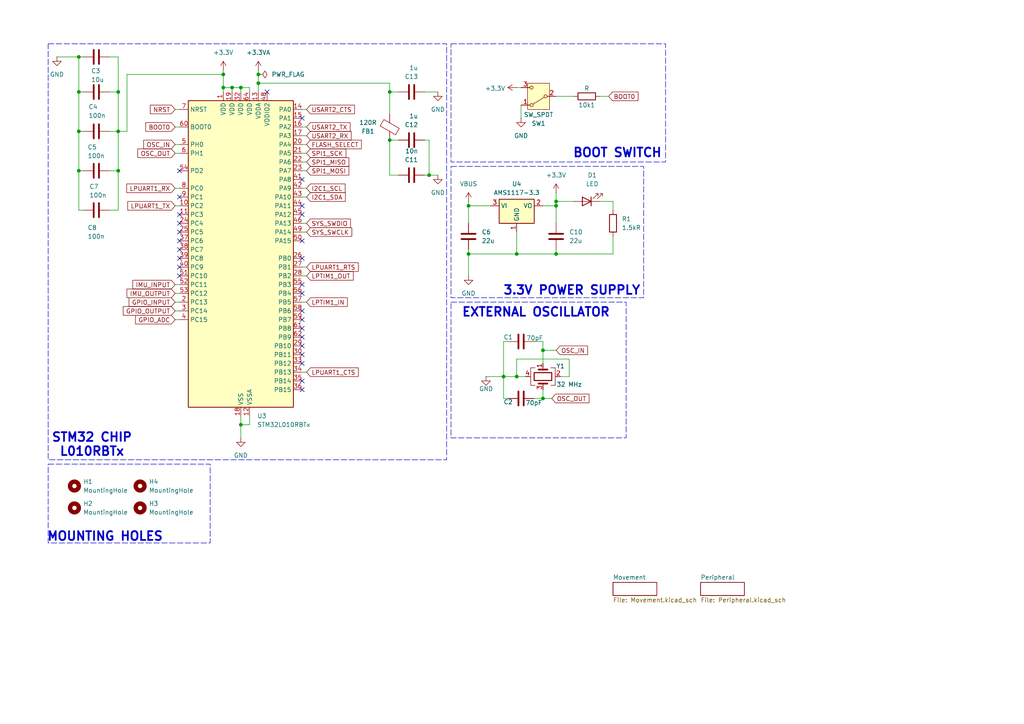
<source format=kicad_sch>
(kicad_sch
	(version 20231120)
	(generator "eeschema")
	(generator_version "8.0")
	(uuid "89f9ff23-e1ad-4f58-91b7-c66faf1eb626")
	(paper "A4")
	(title_block
		(title "Low-Power Flight Comupter")
		(company "Sun Devil Rocketry")
	)
	(lib_symbols
		(symbol "Device:C"
			(pin_numbers hide)
			(pin_names
				(offset 0.254)
			)
			(exclude_from_sim no)
			(in_bom yes)
			(on_board yes)
			(property "Reference" "C"
				(at 0.635 2.54 0)
				(effects
					(font
						(size 1.27 1.27)
					)
					(justify left)
				)
			)
			(property "Value" "C"
				(at 0.635 -2.54 0)
				(effects
					(font
						(size 1.27 1.27)
					)
					(justify left)
				)
			)
			(property "Footprint" ""
				(at 0.9652 -3.81 0)
				(effects
					(font
						(size 1.27 1.27)
					)
					(hide yes)
				)
			)
			(property "Datasheet" "~"
				(at 0 0 0)
				(effects
					(font
						(size 1.27 1.27)
					)
					(hide yes)
				)
			)
			(property "Description" "Unpolarized capacitor"
				(at 0 0 0)
				(effects
					(font
						(size 1.27 1.27)
					)
					(hide yes)
				)
			)
			(property "ki_keywords" "cap capacitor"
				(at 0 0 0)
				(effects
					(font
						(size 1.27 1.27)
					)
					(hide yes)
				)
			)
			(property "ki_fp_filters" "C_*"
				(at 0 0 0)
				(effects
					(font
						(size 1.27 1.27)
					)
					(hide yes)
				)
			)
			(symbol "C_0_1"
				(polyline
					(pts
						(xy -2.032 -0.762) (xy 2.032 -0.762)
					)
					(stroke
						(width 0.508)
						(type default)
					)
					(fill
						(type none)
					)
				)
				(polyline
					(pts
						(xy -2.032 0.762) (xy 2.032 0.762)
					)
					(stroke
						(width 0.508)
						(type default)
					)
					(fill
						(type none)
					)
				)
			)
			(symbol "C_1_1"
				(pin passive line
					(at 0 3.81 270)
					(length 2.794)
					(name "~"
						(effects
							(font
								(size 1.27 1.27)
							)
						)
					)
					(number "1"
						(effects
							(font
								(size 1.27 1.27)
							)
						)
					)
				)
				(pin passive line
					(at 0 -3.81 90)
					(length 2.794)
					(name "~"
						(effects
							(font
								(size 1.27 1.27)
							)
						)
					)
					(number "2"
						(effects
							(font
								(size 1.27 1.27)
							)
						)
					)
				)
			)
		)
		(symbol "Device:Crystal_GND24"
			(pin_names
				(offset 1.016) hide)
			(exclude_from_sim no)
			(in_bom yes)
			(on_board yes)
			(property "Reference" "Y"
				(at 3.175 5.08 0)
				(effects
					(font
						(size 1.27 1.27)
					)
					(justify left)
				)
			)
			(property "Value" "Crystal_GND24"
				(at 3.175 3.175 0)
				(effects
					(font
						(size 1.27 1.27)
					)
					(justify left)
				)
			)
			(property "Footprint" ""
				(at 0 0 0)
				(effects
					(font
						(size 1.27 1.27)
					)
					(hide yes)
				)
			)
			(property "Datasheet" "~"
				(at 0 0 0)
				(effects
					(font
						(size 1.27 1.27)
					)
					(hide yes)
				)
			)
			(property "Description" "Four pin crystal, GND on pins 2 and 4"
				(at 0 0 0)
				(effects
					(font
						(size 1.27 1.27)
					)
					(hide yes)
				)
			)
			(property "ki_keywords" "quartz ceramic resonator oscillator"
				(at 0 0 0)
				(effects
					(font
						(size 1.27 1.27)
					)
					(hide yes)
				)
			)
			(property "ki_fp_filters" "Crystal*"
				(at 0 0 0)
				(effects
					(font
						(size 1.27 1.27)
					)
					(hide yes)
				)
			)
			(symbol "Crystal_GND24_0_1"
				(rectangle
					(start -1.143 2.54)
					(end 1.143 -2.54)
					(stroke
						(width 0.3048)
						(type default)
					)
					(fill
						(type none)
					)
				)
				(polyline
					(pts
						(xy -2.54 0) (xy -2.032 0)
					)
					(stroke
						(width 0)
						(type default)
					)
					(fill
						(type none)
					)
				)
				(polyline
					(pts
						(xy -2.032 -1.27) (xy -2.032 1.27)
					)
					(stroke
						(width 0.508)
						(type default)
					)
					(fill
						(type none)
					)
				)
				(polyline
					(pts
						(xy 0 -3.81) (xy 0 -3.556)
					)
					(stroke
						(width 0)
						(type default)
					)
					(fill
						(type none)
					)
				)
				(polyline
					(pts
						(xy 0 3.556) (xy 0 3.81)
					)
					(stroke
						(width 0)
						(type default)
					)
					(fill
						(type none)
					)
				)
				(polyline
					(pts
						(xy 2.032 -1.27) (xy 2.032 1.27)
					)
					(stroke
						(width 0.508)
						(type default)
					)
					(fill
						(type none)
					)
				)
				(polyline
					(pts
						(xy 2.032 0) (xy 2.54 0)
					)
					(stroke
						(width 0)
						(type default)
					)
					(fill
						(type none)
					)
				)
				(polyline
					(pts
						(xy -2.54 -2.286) (xy -2.54 -3.556) (xy 2.54 -3.556) (xy 2.54 -2.286)
					)
					(stroke
						(width 0)
						(type default)
					)
					(fill
						(type none)
					)
				)
				(polyline
					(pts
						(xy -2.54 2.286) (xy -2.54 3.556) (xy 2.54 3.556) (xy 2.54 2.286)
					)
					(stroke
						(width 0)
						(type default)
					)
					(fill
						(type none)
					)
				)
			)
			(symbol "Crystal_GND24_1_1"
				(pin passive line
					(at -3.81 0 0)
					(length 1.27)
					(name "1"
						(effects
							(font
								(size 1.27 1.27)
							)
						)
					)
					(number "1"
						(effects
							(font
								(size 1.27 1.27)
							)
						)
					)
				)
				(pin passive line
					(at 0 5.08 270)
					(length 1.27)
					(name "2"
						(effects
							(font
								(size 1.27 1.27)
							)
						)
					)
					(number "2"
						(effects
							(font
								(size 1.27 1.27)
							)
						)
					)
				)
				(pin passive line
					(at 3.81 0 180)
					(length 1.27)
					(name "3"
						(effects
							(font
								(size 1.27 1.27)
							)
						)
					)
					(number "3"
						(effects
							(font
								(size 1.27 1.27)
							)
						)
					)
				)
				(pin passive line
					(at 0 -5.08 90)
					(length 1.27)
					(name "4"
						(effects
							(font
								(size 1.27 1.27)
							)
						)
					)
					(number "4"
						(effects
							(font
								(size 1.27 1.27)
							)
						)
					)
				)
			)
		)
		(symbol "Device:FerriteBead"
			(pin_numbers hide)
			(pin_names
				(offset 0)
			)
			(exclude_from_sim no)
			(in_bom yes)
			(on_board yes)
			(property "Reference" "FB"
				(at -3.81 0.635 90)
				(effects
					(font
						(size 1.27 1.27)
					)
				)
			)
			(property "Value" "FerriteBead"
				(at 3.81 0 90)
				(effects
					(font
						(size 1.27 1.27)
					)
				)
			)
			(property "Footprint" ""
				(at -1.778 0 90)
				(effects
					(font
						(size 1.27 1.27)
					)
					(hide yes)
				)
			)
			(property "Datasheet" "~"
				(at 0 0 0)
				(effects
					(font
						(size 1.27 1.27)
					)
					(hide yes)
				)
			)
			(property "Description" "Ferrite bead"
				(at 0 0 0)
				(effects
					(font
						(size 1.27 1.27)
					)
					(hide yes)
				)
			)
			(property "ki_keywords" "L ferrite bead inductor filter"
				(at 0 0 0)
				(effects
					(font
						(size 1.27 1.27)
					)
					(hide yes)
				)
			)
			(property "ki_fp_filters" "Inductor_* L_* *Ferrite*"
				(at 0 0 0)
				(effects
					(font
						(size 1.27 1.27)
					)
					(hide yes)
				)
			)
			(symbol "FerriteBead_0_1"
				(polyline
					(pts
						(xy 0 -1.27) (xy 0 -1.2192)
					)
					(stroke
						(width 0)
						(type default)
					)
					(fill
						(type none)
					)
				)
				(polyline
					(pts
						(xy 0 1.27) (xy 0 1.2954)
					)
					(stroke
						(width 0)
						(type default)
					)
					(fill
						(type none)
					)
				)
				(polyline
					(pts
						(xy -2.7686 0.4064) (xy -1.7018 2.2606) (xy 2.7686 -0.3048) (xy 1.6764 -2.159) (xy -2.7686 0.4064)
					)
					(stroke
						(width 0)
						(type default)
					)
					(fill
						(type none)
					)
				)
			)
			(symbol "FerriteBead_1_1"
				(pin passive line
					(at 0 3.81 270)
					(length 2.54)
					(name "~"
						(effects
							(font
								(size 1.27 1.27)
							)
						)
					)
					(number "1"
						(effects
							(font
								(size 1.27 1.27)
							)
						)
					)
				)
				(pin passive line
					(at 0 -3.81 90)
					(length 2.54)
					(name "~"
						(effects
							(font
								(size 1.27 1.27)
							)
						)
					)
					(number "2"
						(effects
							(font
								(size 1.27 1.27)
							)
						)
					)
				)
			)
		)
		(symbol "Device:LED"
			(pin_numbers hide)
			(pin_names
				(offset 1.016) hide)
			(exclude_from_sim no)
			(in_bom yes)
			(on_board yes)
			(property "Reference" "D"
				(at 0 2.54 0)
				(effects
					(font
						(size 1.27 1.27)
					)
				)
			)
			(property "Value" "LED"
				(at 0 -2.54 0)
				(effects
					(font
						(size 1.27 1.27)
					)
				)
			)
			(property "Footprint" ""
				(at 0 0 0)
				(effects
					(font
						(size 1.27 1.27)
					)
					(hide yes)
				)
			)
			(property "Datasheet" "~"
				(at 0 0 0)
				(effects
					(font
						(size 1.27 1.27)
					)
					(hide yes)
				)
			)
			(property "Description" "Light emitting diode"
				(at 0 0 0)
				(effects
					(font
						(size 1.27 1.27)
					)
					(hide yes)
				)
			)
			(property "ki_keywords" "LED diode"
				(at 0 0 0)
				(effects
					(font
						(size 1.27 1.27)
					)
					(hide yes)
				)
			)
			(property "ki_fp_filters" "LED* LED_SMD:* LED_THT:*"
				(at 0 0 0)
				(effects
					(font
						(size 1.27 1.27)
					)
					(hide yes)
				)
			)
			(symbol "LED_0_1"
				(polyline
					(pts
						(xy -1.27 -1.27) (xy -1.27 1.27)
					)
					(stroke
						(width 0.254)
						(type default)
					)
					(fill
						(type none)
					)
				)
				(polyline
					(pts
						(xy -1.27 0) (xy 1.27 0)
					)
					(stroke
						(width 0)
						(type default)
					)
					(fill
						(type none)
					)
				)
				(polyline
					(pts
						(xy 1.27 -1.27) (xy 1.27 1.27) (xy -1.27 0) (xy 1.27 -1.27)
					)
					(stroke
						(width 0.254)
						(type default)
					)
					(fill
						(type none)
					)
				)
				(polyline
					(pts
						(xy -3.048 -0.762) (xy -4.572 -2.286) (xy -3.81 -2.286) (xy -4.572 -2.286) (xy -4.572 -1.524)
					)
					(stroke
						(width 0)
						(type default)
					)
					(fill
						(type none)
					)
				)
				(polyline
					(pts
						(xy -1.778 -0.762) (xy -3.302 -2.286) (xy -2.54 -2.286) (xy -3.302 -2.286) (xy -3.302 -1.524)
					)
					(stroke
						(width 0)
						(type default)
					)
					(fill
						(type none)
					)
				)
			)
			(symbol "LED_1_1"
				(pin passive line
					(at -3.81 0 0)
					(length 2.54)
					(name "K"
						(effects
							(font
								(size 1.27 1.27)
							)
						)
					)
					(number "1"
						(effects
							(font
								(size 1.27 1.27)
							)
						)
					)
				)
				(pin passive line
					(at 3.81 0 180)
					(length 2.54)
					(name "A"
						(effects
							(font
								(size 1.27 1.27)
							)
						)
					)
					(number "2"
						(effects
							(font
								(size 1.27 1.27)
							)
						)
					)
				)
			)
		)
		(symbol "Device:R"
			(pin_numbers hide)
			(pin_names
				(offset 0)
			)
			(exclude_from_sim no)
			(in_bom yes)
			(on_board yes)
			(property "Reference" "R"
				(at 2.032 0 90)
				(effects
					(font
						(size 1.27 1.27)
					)
				)
			)
			(property "Value" "R"
				(at 0 0 90)
				(effects
					(font
						(size 1.27 1.27)
					)
				)
			)
			(property "Footprint" ""
				(at -1.778 0 90)
				(effects
					(font
						(size 1.27 1.27)
					)
					(hide yes)
				)
			)
			(property "Datasheet" "~"
				(at 0 0 0)
				(effects
					(font
						(size 1.27 1.27)
					)
					(hide yes)
				)
			)
			(property "Description" "Resistor"
				(at 0 0 0)
				(effects
					(font
						(size 1.27 1.27)
					)
					(hide yes)
				)
			)
			(property "ki_keywords" "R res resistor"
				(at 0 0 0)
				(effects
					(font
						(size 1.27 1.27)
					)
					(hide yes)
				)
			)
			(property "ki_fp_filters" "R_*"
				(at 0 0 0)
				(effects
					(font
						(size 1.27 1.27)
					)
					(hide yes)
				)
			)
			(symbol "R_0_1"
				(rectangle
					(start -1.016 -2.54)
					(end 1.016 2.54)
					(stroke
						(width 0.254)
						(type default)
					)
					(fill
						(type none)
					)
				)
			)
			(symbol "R_1_1"
				(pin passive line
					(at 0 3.81 270)
					(length 1.27)
					(name "~"
						(effects
							(font
								(size 1.27 1.27)
							)
						)
					)
					(number "1"
						(effects
							(font
								(size 1.27 1.27)
							)
						)
					)
				)
				(pin passive line
					(at 0 -3.81 90)
					(length 1.27)
					(name "~"
						(effects
							(font
								(size 1.27 1.27)
							)
						)
					)
					(number "2"
						(effects
							(font
								(size 1.27 1.27)
							)
						)
					)
				)
			)
		)
		(symbol "MCU_ST_STM32L0:STM32L010RBTx"
			(exclude_from_sim no)
			(in_bom yes)
			(on_board yes)
			(property "Reference" "U"
				(at -15.24 46.99 0)
				(effects
					(font
						(size 1.27 1.27)
					)
					(justify left)
				)
			)
			(property "Value" "STM32L010RBTx"
				(at 10.16 46.99 0)
				(effects
					(font
						(size 1.27 1.27)
					)
					(justify left)
				)
			)
			(property "Footprint" "Package_QFP:LQFP-64_10x10mm_P0.5mm"
				(at -15.24 -43.18 0)
				(effects
					(font
						(size 1.27 1.27)
					)
					(justify right)
					(hide yes)
				)
			)
			(property "Datasheet" "https://www.st.com/resource/en/datasheet/stm32l010rb.pdf"
				(at 0 0 0)
				(effects
					(font
						(size 1.27 1.27)
					)
					(hide yes)
				)
			)
			(property "Description" "STMicroelectronics Arm Cortex-M0+ MCU, 128KB flash, 20KB RAM, 32 MHz, 1.8-3.6V, 51 GPIO, LQFP64"
				(at 0 0 0)
				(effects
					(font
						(size 1.27 1.27)
					)
					(hide yes)
				)
			)
			(property "ki_locked" ""
				(at 0 0 0)
				(effects
					(font
						(size 1.27 1.27)
					)
				)
			)
			(property "ki_keywords" "Arm Cortex-M0+ STM32L0 STM32L0x0 Value Line"
				(at 0 0 0)
				(effects
					(font
						(size 1.27 1.27)
					)
					(hide yes)
				)
			)
			(property "ki_fp_filters" "LQFP*10x10mm*P0.5mm*"
				(at 0 0 0)
				(effects
					(font
						(size 1.27 1.27)
					)
					(hide yes)
				)
			)
			(symbol "STM32L010RBTx_0_1"
				(rectangle
					(start -15.24 -43.18)
					(end 15.24 45.72)
					(stroke
						(width 0.254)
						(type default)
					)
					(fill
						(type background)
					)
				)
			)
			(symbol "STM32L010RBTx_1_1"
				(pin power_in line
					(at -5.08 48.26 270)
					(length 2.54)
					(name "VDD"
						(effects
							(font
								(size 1.27 1.27)
							)
						)
					)
					(number "1"
						(effects
							(font
								(size 1.27 1.27)
							)
						)
					)
				)
				(pin bidirectional line
					(at -17.78 15.24 0)
					(length 2.54)
					(name "PC2"
						(effects
							(font
								(size 1.27 1.27)
							)
						)
					)
					(number "10"
						(effects
							(font
								(size 1.27 1.27)
							)
						)
					)
					(alternate "ADC_IN12" bidirectional line)
					(alternate "LPTIM1_IN2" bidirectional line)
				)
				(pin bidirectional line
					(at -17.78 12.7 0)
					(length 2.54)
					(name "PC3"
						(effects
							(font
								(size 1.27 1.27)
							)
						)
					)
					(number "11"
						(effects
							(font
								(size 1.27 1.27)
							)
						)
					)
					(alternate "ADC_IN13" bidirectional line)
					(alternate "LPTIM1_ETR" bidirectional line)
				)
				(pin power_in line
					(at 2.54 -45.72 90)
					(length 2.54)
					(name "VSSA"
						(effects
							(font
								(size 1.27 1.27)
							)
						)
					)
					(number "12"
						(effects
							(font
								(size 1.27 1.27)
							)
						)
					)
				)
				(pin power_in line
					(at 5.08 48.26 270)
					(length 2.54)
					(name "VDDA"
						(effects
							(font
								(size 1.27 1.27)
							)
						)
					)
					(number "13"
						(effects
							(font
								(size 1.27 1.27)
							)
						)
					)
				)
				(pin bidirectional line
					(at 17.78 43.18 180)
					(length 2.54)
					(name "PA0"
						(effects
							(font
								(size 1.27 1.27)
							)
						)
					)
					(number "14"
						(effects
							(font
								(size 1.27 1.27)
							)
						)
					)
					(alternate "ADC_IN0" bidirectional line)
					(alternate "RTC_TAMP2" bidirectional line)
					(alternate "SYS_WKUP1" bidirectional line)
					(alternate "TIM2_CH1" bidirectional line)
					(alternate "TIM2_ETR" bidirectional line)
					(alternate "USART2_CTS" bidirectional line)
				)
				(pin bidirectional line
					(at 17.78 40.64 180)
					(length 2.54)
					(name "PA1"
						(effects
							(font
								(size 1.27 1.27)
							)
						)
					)
					(number "15"
						(effects
							(font
								(size 1.27 1.27)
							)
						)
					)
					(alternate "ADC_IN1" bidirectional line)
					(alternate "TIM21_ETR" bidirectional line)
					(alternate "TIM2_CH2" bidirectional line)
					(alternate "USART2_DE" bidirectional line)
					(alternate "USART2_RTS" bidirectional line)
				)
				(pin bidirectional line
					(at 17.78 38.1 180)
					(length 2.54)
					(name "PA2"
						(effects
							(font
								(size 1.27 1.27)
							)
						)
					)
					(number "16"
						(effects
							(font
								(size 1.27 1.27)
							)
						)
					)
					(alternate "ADC_IN2" bidirectional line)
					(alternate "LPUART1_TX" bidirectional line)
					(alternate "TIM21_CH1" bidirectional line)
					(alternate "TIM2_CH3" bidirectional line)
					(alternate "USART2_TX" bidirectional line)
				)
				(pin bidirectional line
					(at 17.78 35.56 180)
					(length 2.54)
					(name "PA3"
						(effects
							(font
								(size 1.27 1.27)
							)
						)
					)
					(number "17"
						(effects
							(font
								(size 1.27 1.27)
							)
						)
					)
					(alternate "ADC_IN3" bidirectional line)
					(alternate "LPUART1_RX" bidirectional line)
					(alternate "TIM21_CH2" bidirectional line)
					(alternate "TIM2_CH4" bidirectional line)
					(alternate "USART2_RX" bidirectional line)
				)
				(pin power_in line
					(at 0 -45.72 90)
					(length 2.54)
					(name "VSS"
						(effects
							(font
								(size 1.27 1.27)
							)
						)
					)
					(number "18"
						(effects
							(font
								(size 1.27 1.27)
							)
						)
					)
				)
				(pin power_in line
					(at -2.54 48.26 270)
					(length 2.54)
					(name "VDD"
						(effects
							(font
								(size 1.27 1.27)
							)
						)
					)
					(number "19"
						(effects
							(font
								(size 1.27 1.27)
							)
						)
					)
				)
				(pin bidirectional line
					(at -17.78 -12.7 0)
					(length 2.54)
					(name "PC13"
						(effects
							(font
								(size 1.27 1.27)
							)
						)
					)
					(number "2"
						(effects
							(font
								(size 1.27 1.27)
							)
						)
					)
					(alternate "RTC_OUT_ALARM" bidirectional line)
					(alternate "RTC_OUT_CALIB" bidirectional line)
					(alternate "RTC_TAMP1" bidirectional line)
					(alternate "RTC_TS" bidirectional line)
					(alternate "SYS_WKUP2" bidirectional line)
				)
				(pin bidirectional line
					(at 17.78 33.02 180)
					(length 2.54)
					(name "PA4"
						(effects
							(font
								(size 1.27 1.27)
							)
						)
					)
					(number "20"
						(effects
							(font
								(size 1.27 1.27)
							)
						)
					)
					(alternate "ADC_IN4" bidirectional line)
					(alternate "SPI1_NSS" bidirectional line)
					(alternate "TIM22_ETR" bidirectional line)
					(alternate "USART2_CK" bidirectional line)
				)
				(pin bidirectional line
					(at 17.78 30.48 180)
					(length 2.54)
					(name "PA5"
						(effects
							(font
								(size 1.27 1.27)
							)
						)
					)
					(number "21"
						(effects
							(font
								(size 1.27 1.27)
							)
						)
					)
					(alternate "ADC_IN5" bidirectional line)
					(alternate "SPI1_SCK" bidirectional line)
					(alternate "TIM2_CH1" bidirectional line)
					(alternate "TIM2_ETR" bidirectional line)
				)
				(pin bidirectional line
					(at 17.78 27.94 180)
					(length 2.54)
					(name "PA6"
						(effects
							(font
								(size 1.27 1.27)
							)
						)
					)
					(number "22"
						(effects
							(font
								(size 1.27 1.27)
							)
						)
					)
					(alternate "ADC_IN6" bidirectional line)
					(alternate "LPUART1_CTS" bidirectional line)
					(alternate "SPI1_MISO" bidirectional line)
					(alternate "TIM22_CH1" bidirectional line)
				)
				(pin bidirectional line
					(at 17.78 25.4 180)
					(length 2.54)
					(name "PA7"
						(effects
							(font
								(size 1.27 1.27)
							)
						)
					)
					(number "23"
						(effects
							(font
								(size 1.27 1.27)
							)
						)
					)
					(alternate "ADC_IN7" bidirectional line)
					(alternate "SPI1_MOSI" bidirectional line)
					(alternate "TIM22_CH2" bidirectional line)
				)
				(pin bidirectional line
					(at -17.78 10.16 0)
					(length 2.54)
					(name "PC4"
						(effects
							(font
								(size 1.27 1.27)
							)
						)
					)
					(number "24"
						(effects
							(font
								(size 1.27 1.27)
							)
						)
					)
					(alternate "ADC_IN14" bidirectional line)
					(alternate "LPUART1_TX" bidirectional line)
				)
				(pin bidirectional line
					(at -17.78 7.62 0)
					(length 2.54)
					(name "PC5"
						(effects
							(font
								(size 1.27 1.27)
							)
						)
					)
					(number "25"
						(effects
							(font
								(size 1.27 1.27)
							)
						)
					)
					(alternate "ADC_IN15" bidirectional line)
					(alternate "LPUART1_RX" bidirectional line)
				)
				(pin bidirectional line
					(at 17.78 0 180)
					(length 2.54)
					(name "PB0"
						(effects
							(font
								(size 1.27 1.27)
							)
						)
					)
					(number "26"
						(effects
							(font
								(size 1.27 1.27)
							)
						)
					)
					(alternate "ADC_IN8" bidirectional line)
					(alternate "SYS_VREF_OUT_PB0" bidirectional line)
				)
				(pin bidirectional line
					(at 17.78 -2.54 180)
					(length 2.54)
					(name "PB1"
						(effects
							(font
								(size 1.27 1.27)
							)
						)
					)
					(number "27"
						(effects
							(font
								(size 1.27 1.27)
							)
						)
					)
					(alternate "ADC_IN9" bidirectional line)
					(alternate "LPUART1_DE" bidirectional line)
					(alternate "LPUART1_RTS" bidirectional line)
					(alternate "SYS_VREF_OUT_PB1" bidirectional line)
				)
				(pin bidirectional line
					(at 17.78 -5.08 180)
					(length 2.54)
					(name "PB2"
						(effects
							(font
								(size 1.27 1.27)
							)
						)
					)
					(number "28"
						(effects
							(font
								(size 1.27 1.27)
							)
						)
					)
					(alternate "LPTIM1_OUT" bidirectional line)
				)
				(pin bidirectional line
					(at 17.78 -25.4 180)
					(length 2.54)
					(name "PB10"
						(effects
							(font
								(size 1.27 1.27)
							)
						)
					)
					(number "29"
						(effects
							(font
								(size 1.27 1.27)
							)
						)
					)
					(alternate "LPUART1_RX" bidirectional line)
					(alternate "LPUART1_TX" bidirectional line)
					(alternate "TIM2_CH3" bidirectional line)
				)
				(pin bidirectional line
					(at -17.78 -15.24 0)
					(length 2.54)
					(name "PC14"
						(effects
							(font
								(size 1.27 1.27)
							)
						)
					)
					(number "3"
						(effects
							(font
								(size 1.27 1.27)
							)
						)
					)
					(alternate "RCC_OSC32_IN" bidirectional line)
				)
				(pin bidirectional line
					(at 17.78 -27.94 180)
					(length 2.54)
					(name "PB11"
						(effects
							(font
								(size 1.27 1.27)
							)
						)
					)
					(number "30"
						(effects
							(font
								(size 1.27 1.27)
							)
						)
					)
					(alternate "ADC_EXTI11" bidirectional line)
					(alternate "LPUART1_RX" bidirectional line)
					(alternate "LPUART1_TX" bidirectional line)
					(alternate "TIM2_CH4" bidirectional line)
				)
				(pin passive line
					(at 0 -45.72 90)
					(length 2.54) hide
					(name "VSS"
						(effects
							(font
								(size 1.27 1.27)
							)
						)
					)
					(number "31"
						(effects
							(font
								(size 1.27 1.27)
							)
						)
					)
				)
				(pin power_in line
					(at 0 48.26 270)
					(length 2.54)
					(name "VDD"
						(effects
							(font
								(size 1.27 1.27)
							)
						)
					)
					(number "32"
						(effects
							(font
								(size 1.27 1.27)
							)
						)
					)
				)
				(pin bidirectional line
					(at 17.78 -30.48 180)
					(length 2.54)
					(name "PB12"
						(effects
							(font
								(size 1.27 1.27)
							)
						)
					)
					(number "33"
						(effects
							(font
								(size 1.27 1.27)
							)
						)
					)
					(alternate "LPUART1_DE" bidirectional line)
					(alternate "LPUART1_RTS" bidirectional line)
				)
				(pin bidirectional line
					(at 17.78 -33.02 180)
					(length 2.54)
					(name "PB13"
						(effects
							(font
								(size 1.27 1.27)
							)
						)
					)
					(number "34"
						(effects
							(font
								(size 1.27 1.27)
							)
						)
					)
					(alternate "LPUART1_CTS" bidirectional line)
					(alternate "RCC_MCO" bidirectional line)
					(alternate "TIM21_CH1" bidirectional line)
				)
				(pin bidirectional line
					(at 17.78 -35.56 180)
					(length 2.54)
					(name "PB14"
						(effects
							(font
								(size 1.27 1.27)
							)
						)
					)
					(number "35"
						(effects
							(font
								(size 1.27 1.27)
							)
						)
					)
					(alternate "LPUART1_DE" bidirectional line)
					(alternate "LPUART1_RTS" bidirectional line)
					(alternate "RTC_OUT_ALARM" bidirectional line)
					(alternate "RTC_OUT_CALIB" bidirectional line)
					(alternate "TIM21_CH2" bidirectional line)
				)
				(pin bidirectional line
					(at 17.78 -38.1 180)
					(length 2.54)
					(name "PB15"
						(effects
							(font
								(size 1.27 1.27)
							)
						)
					)
					(number "36"
						(effects
							(font
								(size 1.27 1.27)
							)
						)
					)
					(alternate "RTC_REFIN" bidirectional line)
				)
				(pin bidirectional line
					(at -17.78 5.08 0)
					(length 2.54)
					(name "PC6"
						(effects
							(font
								(size 1.27 1.27)
							)
						)
					)
					(number "37"
						(effects
							(font
								(size 1.27 1.27)
							)
						)
					)
					(alternate "TIM22_CH1" bidirectional line)
				)
				(pin bidirectional line
					(at -17.78 2.54 0)
					(length 2.54)
					(name "PC7"
						(effects
							(font
								(size 1.27 1.27)
							)
						)
					)
					(number "38"
						(effects
							(font
								(size 1.27 1.27)
							)
						)
					)
					(alternate "TIM22_CH2" bidirectional line)
				)
				(pin bidirectional line
					(at -17.78 0 0)
					(length 2.54)
					(name "PC8"
						(effects
							(font
								(size 1.27 1.27)
							)
						)
					)
					(number "39"
						(effects
							(font
								(size 1.27 1.27)
							)
						)
					)
					(alternate "TIM22_ETR" bidirectional line)
				)
				(pin bidirectional line
					(at -17.78 -17.78 0)
					(length 2.54)
					(name "PC15"
						(effects
							(font
								(size 1.27 1.27)
							)
						)
					)
					(number "4"
						(effects
							(font
								(size 1.27 1.27)
							)
						)
					)
					(alternate "RCC_OSC32_OUT" bidirectional line)
				)
				(pin bidirectional line
					(at -17.78 -2.54 0)
					(length 2.54)
					(name "PC9"
						(effects
							(font
								(size 1.27 1.27)
							)
						)
					)
					(number "40"
						(effects
							(font
								(size 1.27 1.27)
							)
						)
					)
					(alternate "TIM21_ETR" bidirectional line)
				)
				(pin bidirectional line
					(at 17.78 22.86 180)
					(length 2.54)
					(name "PA8"
						(effects
							(font
								(size 1.27 1.27)
							)
						)
					)
					(number "41"
						(effects
							(font
								(size 1.27 1.27)
							)
						)
					)
					(alternate "RCC_MCO" bidirectional line)
				)
				(pin bidirectional line
					(at 17.78 20.32 180)
					(length 2.54)
					(name "PA9"
						(effects
							(font
								(size 1.27 1.27)
							)
						)
					)
					(number "42"
						(effects
							(font
								(size 1.27 1.27)
							)
						)
					)
					(alternate "I2C1_SCL" bidirectional line)
					(alternate "RCC_MCO" bidirectional line)
				)
				(pin bidirectional line
					(at 17.78 17.78 180)
					(length 2.54)
					(name "PA10"
						(effects
							(font
								(size 1.27 1.27)
							)
						)
					)
					(number "43"
						(effects
							(font
								(size 1.27 1.27)
							)
						)
					)
					(alternate "I2C1_SDA" bidirectional line)
				)
				(pin bidirectional line
					(at 17.78 15.24 180)
					(length 2.54)
					(name "PA11"
						(effects
							(font
								(size 1.27 1.27)
							)
						)
					)
					(number "44"
						(effects
							(font
								(size 1.27 1.27)
							)
						)
					)
					(alternate "ADC_EXTI11" bidirectional line)
					(alternate "SPI1_MISO" bidirectional line)
				)
				(pin bidirectional line
					(at 17.78 12.7 180)
					(length 2.54)
					(name "PA12"
						(effects
							(font
								(size 1.27 1.27)
							)
						)
					)
					(number "45"
						(effects
							(font
								(size 1.27 1.27)
							)
						)
					)
					(alternate "SPI1_MOSI" bidirectional line)
				)
				(pin bidirectional line
					(at 17.78 10.16 180)
					(length 2.54)
					(name "PA13"
						(effects
							(font
								(size 1.27 1.27)
							)
						)
					)
					(number "46"
						(effects
							(font
								(size 1.27 1.27)
							)
						)
					)
					(alternate "LPUART1_RX" bidirectional line)
					(alternate "SYS_SWDIO" bidirectional line)
				)
				(pin passive line
					(at 0 -45.72 90)
					(length 2.54) hide
					(name "VSS"
						(effects
							(font
								(size 1.27 1.27)
							)
						)
					)
					(number "47"
						(effects
							(font
								(size 1.27 1.27)
							)
						)
					)
				)
				(pin power_in line
					(at 7.62 48.26 270)
					(length 2.54)
					(name "VDDIO2"
						(effects
							(font
								(size 1.27 1.27)
							)
						)
					)
					(number "48"
						(effects
							(font
								(size 1.27 1.27)
							)
						)
					)
				)
				(pin bidirectional line
					(at 17.78 7.62 180)
					(length 2.54)
					(name "PA14"
						(effects
							(font
								(size 1.27 1.27)
							)
						)
					)
					(number "49"
						(effects
							(font
								(size 1.27 1.27)
							)
						)
					)
					(alternate "LPUART1_TX" bidirectional line)
					(alternate "SYS_SWCLK" bidirectional line)
					(alternate "USART2_TX" bidirectional line)
				)
				(pin bidirectional line
					(at -17.78 33.02 0)
					(length 2.54)
					(name "PH0"
						(effects
							(font
								(size 1.27 1.27)
							)
						)
					)
					(number "5"
						(effects
							(font
								(size 1.27 1.27)
							)
						)
					)
					(alternate "RCC_OSC_IN" bidirectional line)
				)
				(pin bidirectional line
					(at 17.78 5.08 180)
					(length 2.54)
					(name "PA15"
						(effects
							(font
								(size 1.27 1.27)
							)
						)
					)
					(number "50"
						(effects
							(font
								(size 1.27 1.27)
							)
						)
					)
					(alternate "SPI1_NSS" bidirectional line)
					(alternate "TIM2_CH1" bidirectional line)
					(alternate "TIM2_ETR" bidirectional line)
					(alternate "USART2_RX" bidirectional line)
				)
				(pin bidirectional line
					(at -17.78 -5.08 0)
					(length 2.54)
					(name "PC10"
						(effects
							(font
								(size 1.27 1.27)
							)
						)
					)
					(number "51"
						(effects
							(font
								(size 1.27 1.27)
							)
						)
					)
					(alternate "LPUART1_TX" bidirectional line)
				)
				(pin bidirectional line
					(at -17.78 -7.62 0)
					(length 2.54)
					(name "PC11"
						(effects
							(font
								(size 1.27 1.27)
							)
						)
					)
					(number "52"
						(effects
							(font
								(size 1.27 1.27)
							)
						)
					)
					(alternate "ADC_EXTI11" bidirectional line)
					(alternate "LPUART1_RX" bidirectional line)
				)
				(pin bidirectional line
					(at -17.78 -10.16 0)
					(length 2.54)
					(name "PC12"
						(effects
							(font
								(size 1.27 1.27)
							)
						)
					)
					(number "53"
						(effects
							(font
								(size 1.27 1.27)
							)
						)
					)
				)
				(pin bidirectional line
					(at -17.78 25.4 0)
					(length 2.54)
					(name "PD2"
						(effects
							(font
								(size 1.27 1.27)
							)
						)
					)
					(number "54"
						(effects
							(font
								(size 1.27 1.27)
							)
						)
					)
					(alternate "LPUART1_DE" bidirectional line)
					(alternate "LPUART1_RTS" bidirectional line)
				)
				(pin bidirectional line
					(at 17.78 -7.62 180)
					(length 2.54)
					(name "PB3"
						(effects
							(font
								(size 1.27 1.27)
							)
						)
					)
					(number "55"
						(effects
							(font
								(size 1.27 1.27)
							)
						)
					)
					(alternate "SPI1_SCK" bidirectional line)
					(alternate "TIM2_CH2" bidirectional line)
				)
				(pin bidirectional line
					(at 17.78 -10.16 180)
					(length 2.54)
					(name "PB4"
						(effects
							(font
								(size 1.27 1.27)
							)
						)
					)
					(number "56"
						(effects
							(font
								(size 1.27 1.27)
							)
						)
					)
					(alternate "SPI1_MISO" bidirectional line)
					(alternate "TIM22_CH1" bidirectional line)
				)
				(pin bidirectional line
					(at 17.78 -12.7 180)
					(length 2.54)
					(name "PB5"
						(effects
							(font
								(size 1.27 1.27)
							)
						)
					)
					(number "57"
						(effects
							(font
								(size 1.27 1.27)
							)
						)
					)
					(alternate "I2C1_SMBA" bidirectional line)
					(alternate "LPTIM1_IN1" bidirectional line)
					(alternate "SPI1_MOSI" bidirectional line)
					(alternate "TIM22_CH2" bidirectional line)
				)
				(pin bidirectional line
					(at 17.78 -15.24 180)
					(length 2.54)
					(name "PB6"
						(effects
							(font
								(size 1.27 1.27)
							)
						)
					)
					(number "58"
						(effects
							(font
								(size 1.27 1.27)
							)
						)
					)
					(alternate "I2C1_SCL" bidirectional line)
					(alternate "LPTIM1_ETR" bidirectional line)
				)
				(pin bidirectional line
					(at 17.78 -17.78 180)
					(length 2.54)
					(name "PB7"
						(effects
							(font
								(size 1.27 1.27)
							)
						)
					)
					(number "59"
						(effects
							(font
								(size 1.27 1.27)
							)
						)
					)
					(alternate "I2C1_SDA" bidirectional line)
					(alternate "LPTIM1_IN2" bidirectional line)
					(alternate "SYS_PVD_IN" bidirectional line)
				)
				(pin bidirectional line
					(at -17.78 30.48 0)
					(length 2.54)
					(name "PH1"
						(effects
							(font
								(size 1.27 1.27)
							)
						)
					)
					(number "6"
						(effects
							(font
								(size 1.27 1.27)
							)
						)
					)
					(alternate "RCC_OSC_OUT" bidirectional line)
				)
				(pin input line
					(at -17.78 38.1 0)
					(length 2.54)
					(name "BOOT0"
						(effects
							(font
								(size 1.27 1.27)
							)
						)
					)
					(number "60"
						(effects
							(font
								(size 1.27 1.27)
							)
						)
					)
				)
				(pin bidirectional line
					(at 17.78 -20.32 180)
					(length 2.54)
					(name "PB8"
						(effects
							(font
								(size 1.27 1.27)
							)
						)
					)
					(number "61"
						(effects
							(font
								(size 1.27 1.27)
							)
						)
					)
					(alternate "I2C1_SCL" bidirectional line)
				)
				(pin bidirectional line
					(at 17.78 -22.86 180)
					(length 2.54)
					(name "PB9"
						(effects
							(font
								(size 1.27 1.27)
							)
						)
					)
					(number "62"
						(effects
							(font
								(size 1.27 1.27)
							)
						)
					)
					(alternate "I2C1_SDA" bidirectional line)
				)
				(pin passive line
					(at 0 -45.72 90)
					(length 2.54) hide
					(name "VSS"
						(effects
							(font
								(size 1.27 1.27)
							)
						)
					)
					(number "63"
						(effects
							(font
								(size 1.27 1.27)
							)
						)
					)
				)
				(pin power_in line
					(at 2.54 48.26 270)
					(length 2.54)
					(name "VDD"
						(effects
							(font
								(size 1.27 1.27)
							)
						)
					)
					(number "64"
						(effects
							(font
								(size 1.27 1.27)
							)
						)
					)
				)
				(pin input line
					(at -17.78 43.18 0)
					(length 2.54)
					(name "NRST"
						(effects
							(font
								(size 1.27 1.27)
							)
						)
					)
					(number "7"
						(effects
							(font
								(size 1.27 1.27)
							)
						)
					)
				)
				(pin bidirectional line
					(at -17.78 20.32 0)
					(length 2.54)
					(name "PC0"
						(effects
							(font
								(size 1.27 1.27)
							)
						)
					)
					(number "8"
						(effects
							(font
								(size 1.27 1.27)
							)
						)
					)
					(alternate "ADC_IN10" bidirectional line)
					(alternate "LPTIM1_IN1" bidirectional line)
					(alternate "LPUART1_RX" bidirectional line)
				)
				(pin bidirectional line
					(at -17.78 17.78 0)
					(length 2.54)
					(name "PC1"
						(effects
							(font
								(size 1.27 1.27)
							)
						)
					)
					(number "9"
						(effects
							(font
								(size 1.27 1.27)
							)
						)
					)
					(alternate "ADC_IN11" bidirectional line)
					(alternate "LPTIM1_OUT" bidirectional line)
					(alternate "LPUART1_TX" bidirectional line)
				)
			)
		)
		(symbol "Mechanical:MountingHole"
			(pin_names
				(offset 1.016)
			)
			(exclude_from_sim yes)
			(in_bom no)
			(on_board yes)
			(property "Reference" "H"
				(at 0 5.08 0)
				(effects
					(font
						(size 1.27 1.27)
					)
				)
			)
			(property "Value" "MountingHole"
				(at 0 3.175 0)
				(effects
					(font
						(size 1.27 1.27)
					)
				)
			)
			(property "Footprint" ""
				(at 0 0 0)
				(effects
					(font
						(size 1.27 1.27)
					)
					(hide yes)
				)
			)
			(property "Datasheet" "~"
				(at 0 0 0)
				(effects
					(font
						(size 1.27 1.27)
					)
					(hide yes)
				)
			)
			(property "Description" "Mounting Hole without connection"
				(at 0 0 0)
				(effects
					(font
						(size 1.27 1.27)
					)
					(hide yes)
				)
			)
			(property "ki_keywords" "mounting hole"
				(at 0 0 0)
				(effects
					(font
						(size 1.27 1.27)
					)
					(hide yes)
				)
			)
			(property "ki_fp_filters" "MountingHole*"
				(at 0 0 0)
				(effects
					(font
						(size 1.27 1.27)
					)
					(hide yes)
				)
			)
			(symbol "MountingHole_0_1"
				(circle
					(center 0 0)
					(radius 1.27)
					(stroke
						(width 1.27)
						(type default)
					)
					(fill
						(type none)
					)
				)
			)
		)
		(symbol "Regulator_Linear:AMS1117-3.3"
			(exclude_from_sim no)
			(in_bom yes)
			(on_board yes)
			(property "Reference" "U"
				(at -3.81 3.175 0)
				(effects
					(font
						(size 1.27 1.27)
					)
				)
			)
			(property "Value" "AMS1117-3.3"
				(at 0 3.175 0)
				(effects
					(font
						(size 1.27 1.27)
					)
					(justify left)
				)
			)
			(property "Footprint" "Package_TO_SOT_SMD:SOT-223-3_TabPin2"
				(at 0 5.08 0)
				(effects
					(font
						(size 1.27 1.27)
					)
					(hide yes)
				)
			)
			(property "Datasheet" "http://www.advanced-monolithic.com/pdf/ds1117.pdf"
				(at 2.54 -6.35 0)
				(effects
					(font
						(size 1.27 1.27)
					)
					(hide yes)
				)
			)
			(property "Description" "1A Low Dropout regulator, positive, 3.3V fixed output, SOT-223"
				(at 0 0 0)
				(effects
					(font
						(size 1.27 1.27)
					)
					(hide yes)
				)
			)
			(property "ki_keywords" "linear regulator ldo fixed positive"
				(at 0 0 0)
				(effects
					(font
						(size 1.27 1.27)
					)
					(hide yes)
				)
			)
			(property "ki_fp_filters" "SOT?223*TabPin2*"
				(at 0 0 0)
				(effects
					(font
						(size 1.27 1.27)
					)
					(hide yes)
				)
			)
			(symbol "AMS1117-3.3_0_1"
				(rectangle
					(start -5.08 -5.08)
					(end 5.08 1.905)
					(stroke
						(width 0.254)
						(type default)
					)
					(fill
						(type background)
					)
				)
			)
			(symbol "AMS1117-3.3_1_1"
				(pin power_in line
					(at 0 -7.62 90)
					(length 2.54)
					(name "GND"
						(effects
							(font
								(size 1.27 1.27)
							)
						)
					)
					(number "1"
						(effects
							(font
								(size 1.27 1.27)
							)
						)
					)
				)
				(pin power_out line
					(at 7.62 0 180)
					(length 2.54)
					(name "VO"
						(effects
							(font
								(size 1.27 1.27)
							)
						)
					)
					(number "2"
						(effects
							(font
								(size 1.27 1.27)
							)
						)
					)
				)
				(pin power_in line
					(at -7.62 0 0)
					(length 2.54)
					(name "VI"
						(effects
							(font
								(size 1.27 1.27)
							)
						)
					)
					(number "3"
						(effects
							(font
								(size 1.27 1.27)
							)
						)
					)
				)
			)
		)
		(symbol "Switch:SW_SPDT"
			(pin_names
				(offset 0) hide)
			(exclude_from_sim no)
			(in_bom yes)
			(on_board yes)
			(property "Reference" "SW"
				(at 0 5.08 0)
				(effects
					(font
						(size 1.27 1.27)
					)
				)
			)
			(property "Value" "SW_SPDT"
				(at 0 -5.08 0)
				(effects
					(font
						(size 1.27 1.27)
					)
				)
			)
			(property "Footprint" ""
				(at 0 0 0)
				(effects
					(font
						(size 1.27 1.27)
					)
					(hide yes)
				)
			)
			(property "Datasheet" "~"
				(at 0 -7.62 0)
				(effects
					(font
						(size 1.27 1.27)
					)
					(hide yes)
				)
			)
			(property "Description" "Switch, single pole double throw"
				(at 0 0 0)
				(effects
					(font
						(size 1.27 1.27)
					)
					(hide yes)
				)
			)
			(property "ki_keywords" "switch single-pole double-throw spdt ON-ON"
				(at 0 0 0)
				(effects
					(font
						(size 1.27 1.27)
					)
					(hide yes)
				)
			)
			(symbol "SW_SPDT_0_1"
				(circle
					(center -2.032 0)
					(radius 0.4572)
					(stroke
						(width 0)
						(type default)
					)
					(fill
						(type none)
					)
				)
				(polyline
					(pts
						(xy -1.651 0.254) (xy 1.651 2.286)
					)
					(stroke
						(width 0)
						(type default)
					)
					(fill
						(type none)
					)
				)
				(circle
					(center 2.032 -2.54)
					(radius 0.4572)
					(stroke
						(width 0)
						(type default)
					)
					(fill
						(type none)
					)
				)
				(circle
					(center 2.032 2.54)
					(radius 0.4572)
					(stroke
						(width 0)
						(type default)
					)
					(fill
						(type none)
					)
				)
			)
			(symbol "SW_SPDT_1_1"
				(rectangle
					(start -3.175 3.81)
					(end 3.175 -3.81)
					(stroke
						(width 0)
						(type default)
					)
					(fill
						(type background)
					)
				)
				(pin passive line
					(at 5.08 2.54 180)
					(length 2.54)
					(name "A"
						(effects
							(font
								(size 1.27 1.27)
							)
						)
					)
					(number "1"
						(effects
							(font
								(size 1.27 1.27)
							)
						)
					)
				)
				(pin passive line
					(at -5.08 0 0)
					(length 2.54)
					(name "B"
						(effects
							(font
								(size 1.27 1.27)
							)
						)
					)
					(number "2"
						(effects
							(font
								(size 1.27 1.27)
							)
						)
					)
				)
				(pin passive line
					(at 5.08 -2.54 180)
					(length 2.54)
					(name "C"
						(effects
							(font
								(size 1.27 1.27)
							)
						)
					)
					(number "3"
						(effects
							(font
								(size 1.27 1.27)
							)
						)
					)
				)
			)
		)
		(symbol "power:+3.3V"
			(power)
			(pin_numbers hide)
			(pin_names
				(offset 0) hide)
			(exclude_from_sim no)
			(in_bom yes)
			(on_board yes)
			(property "Reference" "#PWR"
				(at 0 -3.81 0)
				(effects
					(font
						(size 1.27 1.27)
					)
					(hide yes)
				)
			)
			(property "Value" "+3.3V"
				(at 0 3.556 0)
				(effects
					(font
						(size 1.27 1.27)
					)
				)
			)
			(property "Footprint" ""
				(at 0 0 0)
				(effects
					(font
						(size 1.27 1.27)
					)
					(hide yes)
				)
			)
			(property "Datasheet" ""
				(at 0 0 0)
				(effects
					(font
						(size 1.27 1.27)
					)
					(hide yes)
				)
			)
			(property "Description" "Power symbol creates a global label with name \"+3.3V\""
				(at 0 0 0)
				(effects
					(font
						(size 1.27 1.27)
					)
					(hide yes)
				)
			)
			(property "ki_keywords" "global power"
				(at 0 0 0)
				(effects
					(font
						(size 1.27 1.27)
					)
					(hide yes)
				)
			)
			(symbol "+3.3V_0_1"
				(polyline
					(pts
						(xy -0.762 1.27) (xy 0 2.54)
					)
					(stroke
						(width 0)
						(type default)
					)
					(fill
						(type none)
					)
				)
				(polyline
					(pts
						(xy 0 0) (xy 0 2.54)
					)
					(stroke
						(width 0)
						(type default)
					)
					(fill
						(type none)
					)
				)
				(polyline
					(pts
						(xy 0 2.54) (xy 0.762 1.27)
					)
					(stroke
						(width 0)
						(type default)
					)
					(fill
						(type none)
					)
				)
			)
			(symbol "+3.3V_1_1"
				(pin power_in line
					(at 0 0 90)
					(length 0)
					(name "~"
						(effects
							(font
								(size 1.27 1.27)
							)
						)
					)
					(number "1"
						(effects
							(font
								(size 1.27 1.27)
							)
						)
					)
				)
			)
		)
		(symbol "power:+3.3VA"
			(power)
			(pin_numbers hide)
			(pin_names
				(offset 0) hide)
			(exclude_from_sim no)
			(in_bom yes)
			(on_board yes)
			(property "Reference" "#PWR"
				(at 0 -3.81 0)
				(effects
					(font
						(size 1.27 1.27)
					)
					(hide yes)
				)
			)
			(property "Value" "+3.3VA"
				(at 0 3.556 0)
				(effects
					(font
						(size 1.27 1.27)
					)
				)
			)
			(property "Footprint" ""
				(at 0 0 0)
				(effects
					(font
						(size 1.27 1.27)
					)
					(hide yes)
				)
			)
			(property "Datasheet" ""
				(at 0 0 0)
				(effects
					(font
						(size 1.27 1.27)
					)
					(hide yes)
				)
			)
			(property "Description" "Power symbol creates a global label with name \"+3.3VA\""
				(at 0 0 0)
				(effects
					(font
						(size 1.27 1.27)
					)
					(hide yes)
				)
			)
			(property "ki_keywords" "global power"
				(at 0 0 0)
				(effects
					(font
						(size 1.27 1.27)
					)
					(hide yes)
				)
			)
			(symbol "+3.3VA_0_1"
				(polyline
					(pts
						(xy -0.762 1.27) (xy 0 2.54)
					)
					(stroke
						(width 0)
						(type default)
					)
					(fill
						(type none)
					)
				)
				(polyline
					(pts
						(xy 0 0) (xy 0 2.54)
					)
					(stroke
						(width 0)
						(type default)
					)
					(fill
						(type none)
					)
				)
				(polyline
					(pts
						(xy 0 2.54) (xy 0.762 1.27)
					)
					(stroke
						(width 0)
						(type default)
					)
					(fill
						(type none)
					)
				)
			)
			(symbol "+3.3VA_1_1"
				(pin power_in line
					(at 0 0 90)
					(length 0)
					(name "~"
						(effects
							(font
								(size 1.27 1.27)
							)
						)
					)
					(number "1"
						(effects
							(font
								(size 1.27 1.27)
							)
						)
					)
				)
			)
		)
		(symbol "power:GND"
			(power)
			(pin_numbers hide)
			(pin_names
				(offset 0) hide)
			(exclude_from_sim no)
			(in_bom yes)
			(on_board yes)
			(property "Reference" "#PWR"
				(at 0 -6.35 0)
				(effects
					(font
						(size 1.27 1.27)
					)
					(hide yes)
				)
			)
			(property "Value" "GND"
				(at 0 -3.81 0)
				(effects
					(font
						(size 1.27 1.27)
					)
				)
			)
			(property "Footprint" ""
				(at 0 0 0)
				(effects
					(font
						(size 1.27 1.27)
					)
					(hide yes)
				)
			)
			(property "Datasheet" ""
				(at 0 0 0)
				(effects
					(font
						(size 1.27 1.27)
					)
					(hide yes)
				)
			)
			(property "Description" "Power symbol creates a global label with name \"GND\" , ground"
				(at 0 0 0)
				(effects
					(font
						(size 1.27 1.27)
					)
					(hide yes)
				)
			)
			(property "ki_keywords" "global power"
				(at 0 0 0)
				(effects
					(font
						(size 1.27 1.27)
					)
					(hide yes)
				)
			)
			(symbol "GND_0_1"
				(polyline
					(pts
						(xy 0 0) (xy 0 -1.27) (xy 1.27 -1.27) (xy 0 -2.54) (xy -1.27 -1.27) (xy 0 -1.27)
					)
					(stroke
						(width 0)
						(type default)
					)
					(fill
						(type none)
					)
				)
			)
			(symbol "GND_1_1"
				(pin power_in line
					(at 0 0 270)
					(length 0)
					(name "~"
						(effects
							(font
								(size 1.27 1.27)
							)
						)
					)
					(number "1"
						(effects
							(font
								(size 1.27 1.27)
							)
						)
					)
				)
			)
		)
		(symbol "power:PWR_FLAG"
			(power)
			(pin_numbers hide)
			(pin_names
				(offset 0) hide)
			(exclude_from_sim no)
			(in_bom yes)
			(on_board yes)
			(property "Reference" "#FLG"
				(at 0 1.905 0)
				(effects
					(font
						(size 1.27 1.27)
					)
					(hide yes)
				)
			)
			(property "Value" "PWR_FLAG"
				(at 0 3.81 0)
				(effects
					(font
						(size 1.27 1.27)
					)
				)
			)
			(property "Footprint" ""
				(at 0 0 0)
				(effects
					(font
						(size 1.27 1.27)
					)
					(hide yes)
				)
			)
			(property "Datasheet" "~"
				(at 0 0 0)
				(effects
					(font
						(size 1.27 1.27)
					)
					(hide yes)
				)
			)
			(property "Description" "Special symbol for telling ERC where power comes from"
				(at 0 0 0)
				(effects
					(font
						(size 1.27 1.27)
					)
					(hide yes)
				)
			)
			(property "ki_keywords" "flag power"
				(at 0 0 0)
				(effects
					(font
						(size 1.27 1.27)
					)
					(hide yes)
				)
			)
			(symbol "PWR_FLAG_0_0"
				(pin power_out line
					(at 0 0 90)
					(length 0)
					(name "~"
						(effects
							(font
								(size 1.27 1.27)
							)
						)
					)
					(number "1"
						(effects
							(font
								(size 1.27 1.27)
							)
						)
					)
				)
			)
			(symbol "PWR_FLAG_0_1"
				(polyline
					(pts
						(xy 0 0) (xy 0 1.27) (xy -1.016 1.905) (xy 0 2.54) (xy 1.016 1.905) (xy 0 1.27)
					)
					(stroke
						(width 0)
						(type default)
					)
					(fill
						(type none)
					)
				)
			)
		)
		(symbol "power:VBUS"
			(power)
			(pin_numbers hide)
			(pin_names
				(offset 0) hide)
			(exclude_from_sim no)
			(in_bom yes)
			(on_board yes)
			(property "Reference" "#PWR"
				(at 0 -3.81 0)
				(effects
					(font
						(size 1.27 1.27)
					)
					(hide yes)
				)
			)
			(property "Value" "VBUS"
				(at 0 3.556 0)
				(effects
					(font
						(size 1.27 1.27)
					)
				)
			)
			(property "Footprint" ""
				(at 0 0 0)
				(effects
					(font
						(size 1.27 1.27)
					)
					(hide yes)
				)
			)
			(property "Datasheet" ""
				(at 0 0 0)
				(effects
					(font
						(size 1.27 1.27)
					)
					(hide yes)
				)
			)
			(property "Description" "Power symbol creates a global label with name \"VBUS\""
				(at 0 0 0)
				(effects
					(font
						(size 1.27 1.27)
					)
					(hide yes)
				)
			)
			(property "ki_keywords" "global power"
				(at 0 0 0)
				(effects
					(font
						(size 1.27 1.27)
					)
					(hide yes)
				)
			)
			(symbol "VBUS_0_1"
				(polyline
					(pts
						(xy -0.762 1.27) (xy 0 2.54)
					)
					(stroke
						(width 0)
						(type default)
					)
					(fill
						(type none)
					)
				)
				(polyline
					(pts
						(xy 0 0) (xy 0 2.54)
					)
					(stroke
						(width 0)
						(type default)
					)
					(fill
						(type none)
					)
				)
				(polyline
					(pts
						(xy 0 2.54) (xy 0.762 1.27)
					)
					(stroke
						(width 0)
						(type default)
					)
					(fill
						(type none)
					)
				)
			)
			(symbol "VBUS_1_1"
				(pin power_in line
					(at 0 0 90)
					(length 0)
					(name "~"
						(effects
							(font
								(size 1.27 1.27)
							)
						)
					)
					(number "1"
						(effects
							(font
								(size 1.27 1.27)
							)
						)
					)
				)
			)
		)
	)
	(junction
		(at 34.29 26.67)
		(diameter 0)
		(color 0 0 0 0)
		(uuid "0793459e-a893-4a4f-9026-2475c0d47c79")
	)
	(junction
		(at 22.86 26.67)
		(diameter 0)
		(color 0 0 0 0)
		(uuid "0a530fed-d3a9-4aba-8326-2099c504de55")
	)
	(junction
		(at 149.86 73.66)
		(diameter 0)
		(color 0 0 0 0)
		(uuid "113623a0-e64e-4540-bf46-26c273b16bdc")
	)
	(junction
		(at 67.31 25.4)
		(diameter 0)
		(color 0 0 0 0)
		(uuid "212b2e30-1cb4-45f2-84b3-b9ff9feadfe7")
	)
	(junction
		(at 34.29 38.1)
		(diameter 0)
		(color 0 0 0 0)
		(uuid "236f08b3-8c11-41af-bb7c-262e432f6c00")
	)
	(junction
		(at 161.29 73.66)
		(diameter 0)
		(color 0 0 0 0)
		(uuid "2ccffeb6-0922-42ae-a4ae-0b0a7f0df6eb")
	)
	(junction
		(at 146.05 109.22)
		(diameter 0)
		(color 0 0 0 0)
		(uuid "465b8cf6-1452-48b1-9637-ca41c5ef53ee")
	)
	(junction
		(at 124.46 50.8)
		(diameter 0)
		(color 0 0 0 0)
		(uuid "6d399061-929e-4a7e-a7c3-29cc66b05fd1")
	)
	(junction
		(at 135.89 73.66)
		(diameter 0)
		(color 0 0 0 0)
		(uuid "6d3b5d61-f853-4734-adc8-767960807cf2")
	)
	(junction
		(at 113.03 40.64)
		(diameter 0)
		(color 0 0 0 0)
		(uuid "6dbba82c-64d0-4899-b62f-30e095072c21")
	)
	(junction
		(at 149.86 109.22)
		(diameter 0)
		(color 0 0 0 0)
		(uuid "78b3e0f2-39aa-4552-b60d-0c2ff0177f66")
	)
	(junction
		(at 34.29 49.53)
		(diameter 0)
		(color 0 0 0 0)
		(uuid "7ac5bf17-adae-44bf-af70-e72705451c43")
	)
	(junction
		(at 157.48 101.6)
		(diameter 0)
		(color 0 0 0 0)
		(uuid "7b4f3d2b-1c00-4834-a87f-b2f385d9e526")
	)
	(junction
		(at 22.86 16.51)
		(diameter 0)
		(color 0 0 0 0)
		(uuid "96129cef-a00f-4ec8-8af9-3a42ce8084b7")
	)
	(junction
		(at 22.86 49.53)
		(diameter 0)
		(color 0 0 0 0)
		(uuid "9c9cba2e-4739-4dee-b69c-d6c73900a6e3")
	)
	(junction
		(at 161.29 58.42)
		(diameter 0)
		(color 0 0 0 0)
		(uuid "9dd68c93-3e61-4fce-a786-d4102d2f2157")
	)
	(junction
		(at 161.29 59.69)
		(diameter 0)
		(color 0 0 0 0)
		(uuid "b84a7630-626f-494e-ad6b-f293c4678b88")
	)
	(junction
		(at 135.89 59.69)
		(diameter 0)
		(color 0 0 0 0)
		(uuid "b9c1a61d-8d3a-43fe-8f29-b5c992bd75de")
	)
	(junction
		(at 69.85 25.4)
		(diameter 0)
		(color 0 0 0 0)
		(uuid "bb34f830-abf9-4ae4-880e-670bd463353d")
	)
	(junction
		(at 64.77 21.59)
		(diameter 0)
		(color 0 0 0 0)
		(uuid "c165b4ae-3ea6-45c0-ac60-d21902518599")
	)
	(junction
		(at 74.93 24.13)
		(diameter 0)
		(color 0 0 0 0)
		(uuid "c20827d5-ff02-4ed3-a5a8-3ba0a5e1a113")
	)
	(junction
		(at 74.93 21.59)
		(diameter 0)
		(color 0 0 0 0)
		(uuid "cfc13b66-ce0f-4c15-91f0-86087c150822")
	)
	(junction
		(at 69.85 123.19)
		(diameter 0)
		(color 0 0 0 0)
		(uuid "e25b8946-5cfc-4248-a294-8065d28ca7f7")
	)
	(junction
		(at 157.48 115.57)
		(diameter 0)
		(color 0 0 0 0)
		(uuid "e385aa44-929b-4029-b8d9-319045ca23d6")
	)
	(junction
		(at 64.77 25.4)
		(diameter 0)
		(color 0 0 0 0)
		(uuid "ec0867ed-fb13-4612-9b9b-6bb88eeb1ee6")
	)
	(junction
		(at 113.03 26.67)
		(diameter 0)
		(color 0 0 0 0)
		(uuid "f359ba0d-9a06-4ec8-923c-8d33c7cd1df7")
	)
	(junction
		(at 22.86 38.1)
		(diameter 0)
		(color 0 0 0 0)
		(uuid "f4f1d4ae-ef11-4d6f-9cc0-1aa3e1a2b481")
	)
	(no_connect
		(at 52.07 77.47)
		(uuid "009bb248-7c71-4970-af91-8f0da874e319")
	)
	(no_connect
		(at 52.07 49.53)
		(uuid "076bbc18-2f46-4255-ad94-bb155081e623")
	)
	(no_connect
		(at 52.07 74.93)
		(uuid "0b8aa747-7057-40e1-a690-8a24516284e3")
	)
	(no_connect
		(at 87.63 92.71)
		(uuid "2a38bcd8-f598-40ff-a94e-58cb41feb9d3")
	)
	(no_connect
		(at 87.63 34.29)
		(uuid "2c6e4548-af05-454a-bd1a-d9dec52e08dc")
	)
	(no_connect
		(at 87.63 90.17)
		(uuid "3be80ad6-12a2-484e-ab2b-929af1c54b62")
	)
	(no_connect
		(at 52.07 62.23)
		(uuid "3e3ce4c5-4f3f-44e6-9775-26bec829fb79")
	)
	(no_connect
		(at 77.47 26.67)
		(uuid "4540b1f7-2f80-4831-ba85-85328ce23dde")
	)
	(no_connect
		(at 87.63 110.49)
		(uuid "462b8975-e023-4d73-9f3f-81dd67e67eaa")
	)
	(no_connect
		(at 87.63 97.79)
		(uuid "54886a6d-7a28-45e0-bab2-1b3b557a1baa")
	)
	(no_connect
		(at 87.63 113.03)
		(uuid "5727162f-9c72-440a-bc98-4dad0d5d572f")
	)
	(no_connect
		(at 87.63 82.55)
		(uuid "65aa8bf0-5d05-422a-88f3-798c5f1dd342")
	)
	(no_connect
		(at 52.07 67.31)
		(uuid "6c3cfc02-2920-473e-bf1e-3c879bbd3f83")
	)
	(no_connect
		(at 87.63 95.25)
		(uuid "7b532f62-dac5-48f0-b1d9-b854bef06cf2")
	)
	(no_connect
		(at 87.63 100.33)
		(uuid "82fe366a-7dd1-4f75-ab69-cb7dc687bc75")
	)
	(no_connect
		(at 87.63 59.69)
		(uuid "83f0552c-dd80-402e-96fc-afa2cb7d9ca7")
	)
	(no_connect
		(at 52.07 80.01)
		(uuid "8ad6d3cb-182c-4f0a-a3b2-44c2bc783232")
	)
	(no_connect
		(at 52.07 72.39)
		(uuid "915cff0d-e56e-4dcb-95ae-f731585e12ad")
	)
	(no_connect
		(at 87.63 105.41)
		(uuid "943f1dfe-de94-4551-bd85-b6a33f4376f7")
	)
	(no_connect
		(at 52.07 64.77)
		(uuid "975c57e5-9dd2-4024-a87d-a8844d954820")
	)
	(no_connect
		(at 52.07 57.15)
		(uuid "b1536577-200b-4ece-aaa9-f2a2bf78204d")
	)
	(no_connect
		(at 87.63 85.09)
		(uuid "b75a7642-bc03-4ca2-89dd-0ac055be10ee")
	)
	(no_connect
		(at 87.63 62.23)
		(uuid "d2130002-06b7-4898-ae6a-a5897936655f")
	)
	(no_connect
		(at 87.63 52.07)
		(uuid "d3ff7aac-9d0d-4332-b0a2-3bb9b2e63e3f")
	)
	(no_connect
		(at 87.63 102.87)
		(uuid "e2ddf230-1247-4954-9132-37f855a0cde0")
	)
	(no_connect
		(at 87.63 69.85)
		(uuid "e56478bd-e08a-429f-a3e5-380b432be61a")
	)
	(no_connect
		(at 52.07 69.85)
		(uuid "eded89ce-a5c4-440a-8abe-2836da9db7e6")
	)
	(no_connect
		(at 87.63 74.93)
		(uuid "eed26638-a310-44ba-9510-fb4656ca2d10")
	)
	(wire
		(pts
			(xy 50.8 92.71) (xy 52.07 92.71)
		)
		(stroke
			(width 0)
			(type default)
		)
		(uuid "02a2222a-7c29-4e62-af02-ff3dd2063bb1")
	)
	(wire
		(pts
			(xy 157.48 59.69) (xy 161.29 59.69)
		)
		(stroke
			(width 0)
			(type default)
		)
		(uuid "04d3e89b-f402-43d7-8124-5ce5bb5a49b9")
	)
	(wire
		(pts
			(xy 149.86 73.66) (xy 135.89 73.66)
		)
		(stroke
			(width 0)
			(type default)
		)
		(uuid "085a81ac-aeaa-4845-93af-b190d29c4ddf")
	)
	(wire
		(pts
			(xy 87.63 31.75) (xy 88.9 31.75)
		)
		(stroke
			(width 0)
			(type default)
		)
		(uuid "0be8af9f-90c9-4bfe-a497-421c9d35d222")
	)
	(wire
		(pts
			(xy 157.48 115.57) (xy 154.94 115.57)
		)
		(stroke
			(width 0)
			(type default)
		)
		(uuid "0cd429e2-077c-4eb7-a29a-14388748f0db")
	)
	(wire
		(pts
			(xy 87.63 64.77) (xy 88.9 64.77)
		)
		(stroke
			(width 0)
			(type default)
		)
		(uuid "0e81df2d-224f-4e69-a0ef-927a9156d2f7")
	)
	(wire
		(pts
			(xy 50.8 59.69) (xy 52.07 59.69)
		)
		(stroke
			(width 0)
			(type default)
		)
		(uuid "11a92ebd-453c-4bed-9b86-1662bbfc5ebd")
	)
	(wire
		(pts
			(xy 64.77 21.59) (xy 64.77 25.4)
		)
		(stroke
			(width 0)
			(type default)
		)
		(uuid "12bab718-dc68-4931-9b9d-d4bf1600c709")
	)
	(wire
		(pts
			(xy 34.29 60.96) (xy 31.75 60.96)
		)
		(stroke
			(width 0)
			(type default)
		)
		(uuid "148b7e06-f4ca-4be8-8a35-1ddba693bd78")
	)
	(wire
		(pts
			(xy 151.13 30.48) (xy 151.13 34.29)
		)
		(stroke
			(width 0)
			(type default)
		)
		(uuid "17ae4c27-bb23-47e6-a35d-774fd57daf86")
	)
	(wire
		(pts
			(xy 87.63 107.95) (xy 88.9 107.95)
		)
		(stroke
			(width 0)
			(type default)
		)
		(uuid "1beec910-79f6-4b4e-b3bc-2eeac6cdf73a")
	)
	(wire
		(pts
			(xy 157.48 101.6) (xy 157.48 99.06)
		)
		(stroke
			(width 0)
			(type default)
		)
		(uuid "1e15bc69-c6d1-498e-8ab9-2fb008fe85c0")
	)
	(wire
		(pts
			(xy 87.63 87.63) (xy 88.9 87.63)
		)
		(stroke
			(width 0)
			(type default)
		)
		(uuid "1e6b539c-0cd8-4626-939c-49eafa4ffbfd")
	)
	(wire
		(pts
			(xy 74.93 24.13) (xy 113.03 24.13)
		)
		(stroke
			(width 0)
			(type default)
		)
		(uuid "1fb73fd8-208a-4771-9fb9-3dfc43fa46ad")
	)
	(wire
		(pts
			(xy 161.29 59.69) (xy 161.29 64.77)
		)
		(stroke
			(width 0)
			(type default)
		)
		(uuid "217ba899-7f40-409b-a5a8-0f13873caa1d")
	)
	(wire
		(pts
			(xy 22.86 16.51) (xy 22.86 26.67)
		)
		(stroke
			(width 0)
			(type default)
		)
		(uuid "237742d9-e240-448f-b17d-205c02585065")
	)
	(wire
		(pts
			(xy 50.8 54.61) (xy 52.07 54.61)
		)
		(stroke
			(width 0)
			(type default)
		)
		(uuid "29375f9e-13a9-45bf-9b99-96e93a6f1ffa")
	)
	(wire
		(pts
			(xy 22.86 16.51) (xy 16.51 16.51)
		)
		(stroke
			(width 0)
			(type default)
		)
		(uuid "2a3df5db-48cc-4c2b-a3d5-a5423aaf24e6")
	)
	(wire
		(pts
			(xy 113.03 33.02) (xy 113.03 26.67)
		)
		(stroke
			(width 0)
			(type default)
		)
		(uuid "2dfd4aed-632e-4a44-9ad4-827eb1b8e7c1")
	)
	(wire
		(pts
			(xy 72.39 25.4) (xy 72.39 26.67)
		)
		(stroke
			(width 0)
			(type default)
		)
		(uuid "2e22ee1f-044e-47cd-aa08-7bd5976a7f3e")
	)
	(wire
		(pts
			(xy 161.29 58.42) (xy 161.29 55.88)
		)
		(stroke
			(width 0)
			(type default)
		)
		(uuid "3326217a-0ba1-4147-aae7-a016ec6d7b9c")
	)
	(wire
		(pts
			(xy 135.89 73.66) (xy 135.89 80.01)
		)
		(stroke
			(width 0)
			(type default)
		)
		(uuid "3523c257-2575-4976-847f-0aa31b1a3af5")
	)
	(wire
		(pts
			(xy 24.13 38.1) (xy 22.86 38.1)
		)
		(stroke
			(width 0)
			(type default)
		)
		(uuid "3a396b5a-dd88-4e87-b5d9-ff8dd8ecffc8")
	)
	(wire
		(pts
			(xy 87.63 57.15) (xy 88.9 57.15)
		)
		(stroke
			(width 0)
			(type default)
		)
		(uuid "3ee0f232-a6e7-4429-b933-036e49343239")
	)
	(wire
		(pts
			(xy 74.93 21.59) (xy 74.93 24.13)
		)
		(stroke
			(width 0)
			(type default)
		)
		(uuid "40562840-ef89-43c9-ab9e-5af561474162")
	)
	(wire
		(pts
			(xy 22.86 38.1) (xy 22.86 49.53)
		)
		(stroke
			(width 0)
			(type default)
		)
		(uuid "44a26883-9f0c-4a9c-a937-9cf593cd0fbc")
	)
	(wire
		(pts
			(xy 64.77 25.4) (xy 67.31 25.4)
		)
		(stroke
			(width 0)
			(type default)
		)
		(uuid "45a4f03a-a703-415f-9f4e-d68c8930df54")
	)
	(wire
		(pts
			(xy 149.86 25.4) (xy 151.13 25.4)
		)
		(stroke
			(width 0)
			(type default)
		)
		(uuid "491fdc44-6afc-48fe-9845-4a2c30eef4ab")
	)
	(wire
		(pts
			(xy 69.85 120.65) (xy 69.85 123.19)
		)
		(stroke
			(width 0)
			(type default)
		)
		(uuid "499eec85-8729-4148-a71d-8b4257fdc931")
	)
	(wire
		(pts
			(xy 87.63 44.45) (xy 88.9 44.45)
		)
		(stroke
			(width 0)
			(type default)
		)
		(uuid "4bbc1c2e-f8cb-4132-9228-526f5edba48d")
	)
	(wire
		(pts
			(xy 160.02 115.57) (xy 157.48 115.57)
		)
		(stroke
			(width 0)
			(type default)
		)
		(uuid "52b0fc57-dcc8-4496-b42c-ddaf0ebb2214")
	)
	(wire
		(pts
			(xy 50.8 82.55) (xy 52.07 82.55)
		)
		(stroke
			(width 0)
			(type default)
		)
		(uuid "534910df-ab5c-4e32-8ab0-a3c6c639b165")
	)
	(wire
		(pts
			(xy 72.39 120.65) (xy 72.39 123.19)
		)
		(stroke
			(width 0)
			(type default)
		)
		(uuid "570bff2f-3b11-4368-ad52-02a49155bbc2")
	)
	(wire
		(pts
			(xy 69.85 123.19) (xy 72.39 123.19)
		)
		(stroke
			(width 0)
			(type default)
		)
		(uuid "58773300-72d8-4e57-a0e3-3d9723aa01b7")
	)
	(wire
		(pts
			(xy 113.03 40.64) (xy 115.57 40.64)
		)
		(stroke
			(width 0)
			(type default)
		)
		(uuid "5bf14044-4a76-41ef-9d76-7403e0cc80e8")
	)
	(wire
		(pts
			(xy 157.48 99.06) (xy 154.94 99.06)
		)
		(stroke
			(width 0)
			(type default)
		)
		(uuid "5c52e623-1425-4df9-af78-161d0f3a5fad")
	)
	(wire
		(pts
			(xy 69.85 123.19) (xy 69.85 127)
		)
		(stroke
			(width 0)
			(type default)
		)
		(uuid "5d180c08-e972-4269-9053-5595ee38937c")
	)
	(wire
		(pts
			(xy 123.19 50.8) (xy 124.46 50.8)
		)
		(stroke
			(width 0)
			(type default)
		)
		(uuid "5f3d681d-ebbc-4dae-b07f-9b721e4091e0")
	)
	(wire
		(pts
			(xy 87.63 39.37) (xy 88.9 39.37)
		)
		(stroke
			(width 0)
			(type default)
		)
		(uuid "611ad463-e88d-40fa-abcd-37e7d000f099")
	)
	(wire
		(pts
			(xy 87.63 67.31) (xy 88.9 67.31)
		)
		(stroke
			(width 0)
			(type default)
		)
		(uuid "61b4ffc6-677e-484a-8b32-0c20f3d8005b")
	)
	(wire
		(pts
			(xy 123.19 26.67) (xy 127 26.67)
		)
		(stroke
			(width 0)
			(type default)
		)
		(uuid "61c89f47-79d9-4513-9fc3-68b1761cc72c")
	)
	(wire
		(pts
			(xy 22.86 26.67) (xy 22.86 38.1)
		)
		(stroke
			(width 0)
			(type default)
		)
		(uuid "61e3f62e-5148-4def-8c64-6355352c139d")
	)
	(wire
		(pts
			(xy 161.29 58.42) (xy 166.37 58.42)
		)
		(stroke
			(width 0)
			(type default)
		)
		(uuid "649b157f-45b4-45c4-aab0-464fdeef56bf")
	)
	(wire
		(pts
			(xy 69.85 25.4) (xy 72.39 25.4)
		)
		(stroke
			(width 0)
			(type default)
		)
		(uuid "67aaf5a0-9722-40cf-ac41-d868dcd3c26e")
	)
	(wire
		(pts
			(xy 34.29 49.53) (xy 31.75 49.53)
		)
		(stroke
			(width 0)
			(type default)
		)
		(uuid "6c4cc85f-2c7e-42bc-aaeb-06f5432ef322")
	)
	(wire
		(pts
			(xy 24.13 60.96) (xy 22.86 60.96)
		)
		(stroke
			(width 0)
			(type default)
		)
		(uuid "6f361c90-32d1-4f0c-95c1-988b32d5589d")
	)
	(wire
		(pts
			(xy 87.63 36.83) (xy 88.9 36.83)
		)
		(stroke
			(width 0)
			(type default)
		)
		(uuid "71bdca2c-336e-4479-a7f0-ff2bca147a74")
	)
	(wire
		(pts
			(xy 36.83 38.1) (xy 36.83 21.59)
		)
		(stroke
			(width 0)
			(type default)
		)
		(uuid "72c08bdf-4368-4ed9-948f-96a994a2bc01")
	)
	(wire
		(pts
			(xy 74.93 20.32) (xy 74.93 21.59)
		)
		(stroke
			(width 0)
			(type default)
		)
		(uuid "7332dfb9-2cb9-4cec-a7bc-29c9d7b1289c")
	)
	(wire
		(pts
			(xy 87.63 80.01) (xy 88.9 80.01)
		)
		(stroke
			(width 0)
			(type default)
		)
		(uuid "746fa4c4-e8e6-4daf-8e22-eceee754f672")
	)
	(wire
		(pts
			(xy 135.89 72.39) (xy 135.89 73.66)
		)
		(stroke
			(width 0)
			(type default)
		)
		(uuid "77c60e74-58fb-4f30-945f-fd524578620e")
	)
	(wire
		(pts
			(xy 87.63 54.61) (xy 88.9 54.61)
		)
		(stroke
			(width 0)
			(type default)
		)
		(uuid "782019c4-0cd7-4e4d-b7f2-d7baa6dd5e47")
	)
	(wire
		(pts
			(xy 157.48 101.6) (xy 157.48 105.41)
		)
		(stroke
			(width 0)
			(type default)
		)
		(uuid "7e97512d-ac10-4dca-9b4d-a30383c218de")
	)
	(wire
		(pts
			(xy 34.29 16.51) (xy 31.75 16.51)
		)
		(stroke
			(width 0)
			(type default)
		)
		(uuid "83b92b2f-8289-48ed-9f8d-ba763ae0c163")
	)
	(wire
		(pts
			(xy 64.77 20.32) (xy 64.77 21.59)
		)
		(stroke
			(width 0)
			(type default)
		)
		(uuid "84dc9c2b-f1b4-4682-9e55-e5304fc16a58")
	)
	(wire
		(pts
			(xy 135.89 58.42) (xy 135.89 59.69)
		)
		(stroke
			(width 0)
			(type default)
		)
		(uuid "851b331c-97be-4c66-be49-c2fa760166cc")
	)
	(wire
		(pts
			(xy 124.46 50.8) (xy 127 50.8)
		)
		(stroke
			(width 0)
			(type default)
		)
		(uuid "858d8a76-d354-472b-83c7-7f6f49a9b10b")
	)
	(wire
		(pts
			(xy 52.07 41.91) (xy 50.8 41.91)
		)
		(stroke
			(width 0)
			(type default)
		)
		(uuid "87d37662-7d9d-46f7-b839-15c6779327df")
	)
	(wire
		(pts
			(xy 36.83 38.1) (xy 34.29 38.1)
		)
		(stroke
			(width 0)
			(type default)
		)
		(uuid "8a0fbb2a-7ce0-4dcf-811e-6c3a576f89a2")
	)
	(wire
		(pts
			(xy 64.77 25.4) (xy 64.77 26.67)
		)
		(stroke
			(width 0)
			(type default)
		)
		(uuid "8c95f2f2-1c99-4600-8d53-58eebce822ef")
	)
	(wire
		(pts
			(xy 161.29 72.39) (xy 161.29 73.66)
		)
		(stroke
			(width 0)
			(type default)
		)
		(uuid "927babfd-527f-417a-925d-e411c2627c40")
	)
	(wire
		(pts
			(xy 149.86 109.22) (xy 146.05 109.22)
		)
		(stroke
			(width 0)
			(type default)
		)
		(uuid "94a9091c-3554-49c7-bb01-70d1dc813126")
	)
	(wire
		(pts
			(xy 34.29 60.96) (xy 34.29 49.53)
		)
		(stroke
			(width 0)
			(type default)
		)
		(uuid "960a2416-c2aa-41aa-adf6-f83150aefcb2")
	)
	(wire
		(pts
			(xy 162.56 109.22) (xy 165.1 109.22)
		)
		(stroke
			(width 0)
			(type default)
		)
		(uuid "9761aa76-6388-4b89-8333-8ba805e731b4")
	)
	(wire
		(pts
			(xy 24.13 49.53) (xy 22.86 49.53)
		)
		(stroke
			(width 0)
			(type default)
		)
		(uuid "9ef00be6-e024-4a32-b794-0db2c603e9a4")
	)
	(wire
		(pts
			(xy 113.03 50.8) (xy 115.57 50.8)
		)
		(stroke
			(width 0)
			(type default)
		)
		(uuid "a12423c9-3cf9-4d5a-b1bd-9834003a5613")
	)
	(wire
		(pts
			(xy 87.63 77.47) (xy 88.9 77.47)
		)
		(stroke
			(width 0)
			(type default)
		)
		(uuid "a1b611b7-5479-4196-91ef-444c93f74c97")
	)
	(wire
		(pts
			(xy 161.29 101.6) (xy 157.48 101.6)
		)
		(stroke
			(width 0)
			(type default)
		)
		(uuid "a22c4845-fffd-4bbe-a9c2-fffb0646adfa")
	)
	(wire
		(pts
			(xy 34.29 49.53) (xy 34.29 38.1)
		)
		(stroke
			(width 0)
			(type default)
		)
		(uuid "a2a911fd-7fe3-4292-9d40-fb7d90f31ade")
	)
	(wire
		(pts
			(xy 87.63 41.91) (xy 88.9 41.91)
		)
		(stroke
			(width 0)
			(type default)
		)
		(uuid "a39a6a18-510d-4b4a-82a6-4cdd84876870")
	)
	(wire
		(pts
			(xy 173.99 27.94) (xy 176.53 27.94)
		)
		(stroke
			(width 0)
			(type default)
		)
		(uuid "a39fe533-846c-432b-8905-51039e6a9e65")
	)
	(wire
		(pts
			(xy 34.29 38.1) (xy 31.75 38.1)
		)
		(stroke
			(width 0)
			(type default)
		)
		(uuid "a4c321c9-a579-4dea-b2b1-7dc377c568cc")
	)
	(wire
		(pts
			(xy 74.93 24.13) (xy 74.93 26.67)
		)
		(stroke
			(width 0)
			(type default)
		)
		(uuid "a59851a7-4898-4917-96ec-a6c3c38f140f")
	)
	(wire
		(pts
			(xy 149.86 67.31) (xy 149.86 73.66)
		)
		(stroke
			(width 0)
			(type default)
		)
		(uuid "a69020c6-e5d6-4842-970a-cda76d9844b0")
	)
	(wire
		(pts
			(xy 34.29 38.1) (xy 34.29 26.67)
		)
		(stroke
			(width 0)
			(type default)
		)
		(uuid "a82d13da-905f-4ef2-b70c-3b4b7139b46b")
	)
	(wire
		(pts
			(xy 177.8 60.96) (xy 177.8 58.42)
		)
		(stroke
			(width 0)
			(type default)
		)
		(uuid "a9026fb0-c1c0-448d-bf73-cd470bb7202e")
	)
	(wire
		(pts
			(xy 24.13 26.67) (xy 22.86 26.67)
		)
		(stroke
			(width 0)
			(type default)
		)
		(uuid "ad333ed0-2598-4712-88a6-9eafff9d5308")
	)
	(wire
		(pts
			(xy 146.05 99.06) (xy 147.32 99.06)
		)
		(stroke
			(width 0)
			(type default)
		)
		(uuid "b788365e-a413-425d-b21d-9ec942f7eb3b")
	)
	(wire
		(pts
			(xy 50.8 44.45) (xy 52.07 44.45)
		)
		(stroke
			(width 0)
			(type default)
		)
		(uuid "b88950d4-bee2-4351-a3a8-3722422f51fb")
	)
	(wire
		(pts
			(xy 50.8 90.17) (xy 52.07 90.17)
		)
		(stroke
			(width 0)
			(type default)
		)
		(uuid "b934d6e3-6ef3-4819-892d-0cd60c237264")
	)
	(wire
		(pts
			(xy 165.1 104.14) (xy 149.86 104.14)
		)
		(stroke
			(width 0)
			(type default)
		)
		(uuid "ba1d6563-c81f-49e2-a5a0-1f7bc59c4f98")
	)
	(wire
		(pts
			(xy 146.05 109.22) (xy 146.05 99.06)
		)
		(stroke
			(width 0)
			(type default)
		)
		(uuid "bd161284-dba0-42bd-829c-8a2028ef791c")
	)
	(wire
		(pts
			(xy 34.29 26.67) (xy 34.29 16.51)
		)
		(stroke
			(width 0)
			(type default)
		)
		(uuid "c0297cd6-a79a-4532-acf1-3b34bc6a70e5")
	)
	(wire
		(pts
			(xy 157.48 113.03) (xy 157.48 115.57)
		)
		(stroke
			(width 0)
			(type default)
		)
		(uuid "c0bf88d4-e6d9-4438-8189-3cb2a3288c15")
	)
	(wire
		(pts
			(xy 177.8 73.66) (xy 177.8 68.58)
		)
		(stroke
			(width 0)
			(type default)
		)
		(uuid "c141e5ad-c82d-4174-873c-bd573dd754d4")
	)
	(wire
		(pts
			(xy 149.86 109.22) (xy 152.4 109.22)
		)
		(stroke
			(width 0)
			(type default)
		)
		(uuid "c2471fff-56b7-4414-83c0-4921815f79c7")
	)
	(wire
		(pts
			(xy 22.86 49.53) (xy 22.86 60.96)
		)
		(stroke
			(width 0)
			(type default)
		)
		(uuid "c4c60186-e848-4658-b722-664d71ccaf66")
	)
	(wire
		(pts
			(xy 69.85 25.4) (xy 69.85 26.67)
		)
		(stroke
			(width 0)
			(type default)
		)
		(uuid "c7537d57-d82a-457a-871a-c778a77d0c9f")
	)
	(wire
		(pts
			(xy 165.1 109.22) (xy 165.1 104.14)
		)
		(stroke
			(width 0)
			(type default)
		)
		(uuid "c9726627-c1ae-47e6-9c9c-d45441cd6f26")
	)
	(wire
		(pts
			(xy 113.03 26.67) (xy 113.03 24.13)
		)
		(stroke
			(width 0)
			(type default)
		)
		(uuid "cb321896-b361-4e97-8885-b4eb8c9b0a06")
	)
	(wire
		(pts
			(xy 113.03 50.8) (xy 113.03 40.64)
		)
		(stroke
			(width 0)
			(type default)
		)
		(uuid "cc0b3b2f-f2fc-4867-b379-4e9777a93683")
	)
	(wire
		(pts
			(xy 50.8 36.83) (xy 52.07 36.83)
		)
		(stroke
			(width 0)
			(type default)
		)
		(uuid "d70c287a-35da-4543-acc4-7cb4e4906027")
	)
	(wire
		(pts
			(xy 50.8 31.75) (xy 52.07 31.75)
		)
		(stroke
			(width 0)
			(type default)
		)
		(uuid "d7ca40fd-6dcb-4e45-87d3-364007a360d6")
	)
	(wire
		(pts
			(xy 177.8 58.42) (xy 173.99 58.42)
		)
		(stroke
			(width 0)
			(type default)
		)
		(uuid "d986725d-c0f5-478b-8fd2-a85286ce057c")
	)
	(wire
		(pts
			(xy 149.86 104.14) (xy 149.86 109.22)
		)
		(stroke
			(width 0)
			(type default)
		)
		(uuid "dbf4d22e-b561-4aae-8c75-e430041818ec")
	)
	(wire
		(pts
			(xy 87.63 46.99) (xy 88.9 46.99)
		)
		(stroke
			(width 0)
			(type default)
		)
		(uuid "dc560039-0e9c-43fd-888e-07f9d77cc76d")
	)
	(wire
		(pts
			(xy 124.46 50.8) (xy 124.46 40.64)
		)
		(stroke
			(width 0)
			(type default)
		)
		(uuid "dd806327-ab50-4cee-8ebc-b8ec3cb39f2e")
	)
	(wire
		(pts
			(xy 34.29 26.67) (xy 31.75 26.67)
		)
		(stroke
			(width 0)
			(type default)
		)
		(uuid "dd93caf4-ea23-4dab-adcb-d5c823d65ada")
	)
	(wire
		(pts
			(xy 135.89 59.69) (xy 142.24 59.69)
		)
		(stroke
			(width 0)
			(type default)
		)
		(uuid "de24ccca-523c-48a4-9191-1ad86d69a4ea")
	)
	(wire
		(pts
			(xy 113.03 26.67) (xy 115.57 26.67)
		)
		(stroke
			(width 0)
			(type default)
		)
		(uuid "def91150-30f7-484f-983d-16e2b7b476c8")
	)
	(wire
		(pts
			(xy 67.31 25.4) (xy 67.31 26.67)
		)
		(stroke
			(width 0)
			(type default)
		)
		(uuid "df442464-792a-4293-96ad-478c1c8e6300")
	)
	(wire
		(pts
			(xy 67.31 25.4) (xy 69.85 25.4)
		)
		(stroke
			(width 0)
			(type default)
		)
		(uuid "e4b6dec8-c6a6-40aa-af76-75cdde4b00d1")
	)
	(wire
		(pts
			(xy 87.63 49.53) (xy 88.9 49.53)
		)
		(stroke
			(width 0)
			(type default)
		)
		(uuid "e51b981d-df30-4f05-aba0-2eb1fedcdecb")
	)
	(wire
		(pts
			(xy 161.29 59.69) (xy 161.29 58.42)
		)
		(stroke
			(width 0)
			(type default)
		)
		(uuid "e5544be8-d62d-4729-9461-1b8e574cbd5b")
	)
	(wire
		(pts
			(xy 161.29 73.66) (xy 177.8 73.66)
		)
		(stroke
			(width 0)
			(type default)
		)
		(uuid "e783ff99-d201-4d3d-bf15-48574b373f1e")
	)
	(wire
		(pts
			(xy 50.8 85.09) (xy 52.07 85.09)
		)
		(stroke
			(width 0)
			(type default)
		)
		(uuid "ea4bba09-8cac-475c-8d15-d9080536cde3")
	)
	(wire
		(pts
			(xy 146.05 109.22) (xy 146.05 115.57)
		)
		(stroke
			(width 0)
			(type default)
		)
		(uuid "eaa5337a-d693-4b17-bf2c-b81ade5b80bf")
	)
	(wire
		(pts
			(xy 146.05 109.22) (xy 140.97 109.22)
		)
		(stroke
			(width 0)
			(type default)
		)
		(uuid "eb187c78-4d0e-49c8-86f1-f1b3c164c724")
	)
	(wire
		(pts
			(xy 124.46 40.64) (xy 123.19 40.64)
		)
		(stroke
			(width 0)
			(type default)
		)
		(uuid "ec13e09c-0720-49c1-a7c1-bcff1923bb45")
	)
	(wire
		(pts
			(xy 36.83 21.59) (xy 64.77 21.59)
		)
		(stroke
			(width 0)
			(type default)
		)
		(uuid "ec2d2593-3735-497f-bc6c-bcb64bda9a03")
	)
	(wire
		(pts
			(xy 135.89 59.69) (xy 135.89 64.77)
		)
		(stroke
			(width 0)
			(type default)
		)
		(uuid "ec9ef21e-9ab0-48c7-958c-6a86904e6398")
	)
	(wire
		(pts
			(xy 24.13 16.51) (xy 22.86 16.51)
		)
		(stroke
			(width 0)
			(type default)
		)
		(uuid "f28641ee-01f9-4ecc-aa64-5e0b0a6f12c7")
	)
	(wire
		(pts
			(xy 161.29 73.66) (xy 149.86 73.66)
		)
		(stroke
			(width 0)
			(type default)
		)
		(uuid "f3771e3c-96a3-47e7-9944-839f0497e7c1")
	)
	(wire
		(pts
			(xy 161.29 27.94) (xy 166.37 27.94)
		)
		(stroke
			(width 0)
			(type default)
		)
		(uuid "f5505435-e875-4963-8dfd-e34ba5212242")
	)
	(wire
		(pts
			(xy 50.8 87.63) (xy 52.07 87.63)
		)
		(stroke
			(width 0)
			(type default)
		)
		(uuid "f66e4b81-a54d-4ae9-9587-0e8555bdc488")
	)
	(wire
		(pts
			(xy 147.32 115.57) (xy 146.05 115.57)
		)
		(stroke
			(width 0)
			(type default)
		)
		(uuid "f9c164dc-6868-4228-a121-5996b2cbef1e")
	)
	(rectangle
		(start 13.97 134.62)
		(end 60.96 157.48)
		(stroke
			(width 0)
			(type dash)
		)
		(fill
			(type none)
		)
		(uuid 0b1de461-1ea0-45bb-85ea-0c24ca8ef63b)
	)
	(rectangle
		(start 130.81 48.26)
		(end 186.69 86.36)
		(stroke
			(width 0)
			(type dash)
		)
		(fill
			(type none)
		)
		(uuid 0d921022-d601-4435-b56b-effbbd1485ea)
	)
	(rectangle
		(start 130.81 87.63)
		(end 181.61 127)
		(stroke
			(width 0)
			(type dash)
		)
		(fill
			(type none)
		)
		(uuid 40abbb3c-fa17-42ac-b31d-2ff4d7858144)
	)
	(rectangle
		(start 130.81 12.7)
		(end 193.04 46.99)
		(stroke
			(width 0)
			(type dash)
		)
		(fill
			(type none)
		)
		(uuid b990911f-f569-4c2f-a09e-95eadf2d6aa8)
	)
	(rectangle
		(start 13.97 12.7)
		(end 129.54 133.35)
		(stroke
			(width 0)
			(type dash)
		)
		(fill
			(type none)
		)
		(uuid e4cf9621-2470-4e61-a1cd-a9932e077535)
	)
	(text "MOUNTING HOLES\n"
		(exclude_from_sim no)
		(at 30.48 155.702 0)
		(effects
			(font
				(size 2.54 2.54)
				(thickness 0.508)
				(bold yes)
			)
		)
		(uuid "569007d0-3d42-4eff-8878-25774f74d6ea")
	)
	(text "STM32 CHIP\nL010RBTx"
		(exclude_from_sim no)
		(at 26.67 129.032 0)
		(effects
			(font
				(size 2.54 2.54)
				(thickness 0.508)
				(bold yes)
			)
		)
		(uuid "5c2f73b0-b206-434b-af27-17e0e27f92f7")
	)
	(text "EXTERNAL OSCILLATOR"
		(exclude_from_sim no)
		(at 155.448 90.678 0)
		(effects
			(font
				(size 2.54 2.54)
				(thickness 0.508)
				(bold yes)
			)
		)
		(uuid "6378844f-30f2-482f-957b-eac07e961376")
	)
	(text "3.3V POWER SUPPLY"
		(exclude_from_sim no)
		(at 165.862 84.328 0)
		(effects
			(font
				(size 2.54 2.54)
				(thickness 0.508)
				(bold yes)
			)
		)
		(uuid "6eee1a00-1a89-404c-9bb1-50c6a103176f")
	)
	(text "BOOT SWITCH"
		(exclude_from_sim no)
		(at 179.07 44.45 0)
		(effects
			(font
				(size 2.54 2.54)
				(thickness 0.508)
				(bold yes)
			)
		)
		(uuid "cf9a84e4-deec-4b23-8246-21b5f532712d")
	)
	(global_label "GPIO_INPUT"
		(shape input)
		(at 50.8 87.63 180)
		(fields_autoplaced yes)
		(effects
			(font
				(size 1.27 1.27)
			)
			(justify right)
		)
		(uuid "066b570d-4278-48c7-9252-e3689c4a54a2")
		(property "Intersheetrefs" "${INTERSHEET_REFS}"
			(at 36.8685 87.63 0)
			(effects
				(font
					(size 1.27 1.27)
				)
				(justify right)
				(hide yes)
			)
		)
	)
	(global_label "LPUART1_CTS"
		(shape input)
		(at 88.9 107.95 0)
		(fields_autoplaced yes)
		(effects
			(font
				(size 1.27 1.27)
			)
			(justify left)
		)
		(uuid "0a466a74-78f1-4be3-ade0-6adab637a209")
		(property "Intersheetrefs" "${INTERSHEET_REFS}"
			(at 104.4642 107.95 0)
			(effects
				(font
					(size 1.27 1.27)
				)
				(justify left)
				(hide yes)
			)
		)
	)
	(global_label "SYS_SWDIO"
		(shape input)
		(at 88.8871 64.77 0)
		(fields_autoplaced yes)
		(effects
			(font
				(size 1.27 1.27)
			)
			(justify left)
		)
		(uuid "1063a6ba-1dea-426e-b7f3-46f0945402a7")
		(property "Intersheetrefs" "${INTERSHEET_REFS}"
			(at 102.2137 64.77 0)
			(effects
				(font
					(size 1.27 1.27)
				)
				(justify left)
				(hide yes)
			)
		)
	)
	(global_label "SPI1_MISO"
		(shape input)
		(at 88.9 46.99 0)
		(fields_autoplaced yes)
		(effects
			(font
				(size 1.27 1.27)
			)
			(justify left)
		)
		(uuid "1ab9b873-9b9d-4233-a23e-406401ceeae8")
		(property "Intersheetrefs" "${INTERSHEET_REFS}"
			(at 101.7428 46.99 0)
			(effects
				(font
					(size 1.27 1.27)
				)
				(justify left)
				(hide yes)
			)
		)
	)
	(global_label "BOOT0"
		(shape input)
		(at 176.53 27.94 0)
		(fields_autoplaced yes)
		(effects
			(font
				(size 1.27 1.27)
			)
			(justify left)
		)
		(uuid "21de6830-8a7f-4d6b-a0c9-cecbd05f36cf")
		(property "Intersheetrefs" "${INTERSHEET_REFS}"
			(at 185.6233 27.94 0)
			(effects
				(font
					(size 1.27 1.27)
				)
				(justify left)
				(hide yes)
			)
		)
	)
	(global_label "OSC_OUT"
		(shape input)
		(at 50.8 44.45 180)
		(fields_autoplaced yes)
		(effects
			(font
				(size 1.27 1.27)
			)
			(justify right)
		)
		(uuid "251ef041-417f-444d-b140-7a62715b1e60")
		(property "Intersheetrefs" "${INTERSHEET_REFS}"
			(at 39.4086 44.45 0)
			(effects
				(font
					(size 1.27 1.27)
				)
				(justify right)
				(hide yes)
			)
		)
	)
	(global_label "FLASH_SELECT"
		(shape input)
		(at 88.9 41.91 0)
		(fields_autoplaced yes)
		(effects
			(font
				(size 1.27 1.27)
			)
			(justify left)
		)
		(uuid "255e2588-f4ca-400c-9c67-15ae9dd107c9")
		(property "Intersheetrefs" "${INTERSHEET_REFS}"
			(at 105.3713 41.91 0)
			(effects
				(font
					(size 1.27 1.27)
				)
				(justify left)
				(hide yes)
			)
		)
	)
	(global_label "GPIO_OUTPUT"
		(shape input)
		(at 50.8 90.17 180)
		(fields_autoplaced yes)
		(effects
			(font
				(size 1.27 1.27)
			)
			(justify right)
		)
		(uuid "2badf085-aefd-4a1b-80f0-df342a15d480")
		(property "Intersheetrefs" "${INTERSHEET_REFS}"
			(at 35.1752 90.17 0)
			(effects
				(font
					(size 1.27 1.27)
				)
				(justify right)
				(hide yes)
			)
		)
	)
	(global_label "USART2_CTS"
		(shape input)
		(at 88.9 31.75 0)
		(fields_autoplaced yes)
		(effects
			(font
				(size 1.27 1.27)
			)
			(justify left)
		)
		(uuid "329cf055-cddd-47d9-b62e-dc9c998f421d")
		(property "Intersheetrefs" "${INTERSHEET_REFS}"
			(at 103.3756 31.75 0)
			(effects
				(font
					(size 1.27 1.27)
				)
				(justify left)
				(hide yes)
			)
		)
	)
	(global_label "OSC_IN"
		(shape input)
		(at 161.29 101.6 0)
		(fields_autoplaced yes)
		(effects
			(font
				(size 1.27 1.27)
			)
			(justify left)
		)
		(uuid "358b34fc-de05-49a7-b5af-f80bda2407d0")
		(property "Intersheetrefs" "${INTERSHEET_REFS}"
			(at 170.9881 101.6 0)
			(effects
				(font
					(size 1.27 1.27)
				)
				(justify left)
				(hide yes)
			)
		)
	)
	(global_label "SPI1_MOSI"
		(shape input)
		(at 88.9 49.53 0)
		(fields_autoplaced yes)
		(effects
			(font
				(size 1.27 1.27)
			)
			(justify left)
		)
		(uuid "42d444a9-cc36-4e64-95ea-ab32576f1f19")
		(property "Intersheetrefs" "${INTERSHEET_REFS}"
			(at 101.7428 49.53 0)
			(effects
				(font
					(size 1.27 1.27)
				)
				(justify left)
				(hide yes)
			)
		)
	)
	(global_label "LPUART1_RX"
		(shape input)
		(at 50.8 54.61 180)
		(fields_autoplaced yes)
		(effects
			(font
				(size 1.27 1.27)
			)
			(justify right)
		)
		(uuid "4ff99ef7-f3a9-459a-b0e4-472cee151184")
		(property "Intersheetrefs" "${INTERSHEET_REFS}"
			(at 36.2034 54.61 0)
			(effects
				(font
					(size 1.27 1.27)
				)
				(justify right)
				(hide yes)
			)
		)
	)
	(global_label "SYS_SWCLK"
		(shape input)
		(at 88.9 67.31 0)
		(fields_autoplaced yes)
		(effects
			(font
				(size 1.27 1.27)
			)
			(justify left)
		)
		(uuid "60a4d1f0-c46c-41c7-adea-01220b417804")
		(property "Intersheetrefs" "${INTERSHEET_REFS}"
			(at 102.5894 67.31 0)
			(effects
				(font
					(size 1.27 1.27)
				)
				(justify left)
				(hide yes)
			)
		)
	)
	(global_label "BOOT0"
		(shape input)
		(at 50.8 36.83 180)
		(fields_autoplaced yes)
		(effects
			(font
				(size 1.27 1.27)
			)
			(justify right)
		)
		(uuid "6555bb00-9ae7-44d2-b4ce-f18bfd69b2cf")
		(property "Intersheetrefs" "${INTERSHEET_REFS}"
			(at 41.7067 36.83 0)
			(effects
				(font
					(size 1.27 1.27)
				)
				(justify right)
				(hide yes)
			)
		)
	)
	(global_label "SPI1_SCK"
		(shape input)
		(at 88.9 44.45 0)
		(fields_autoplaced yes)
		(effects
			(font
				(size 1.27 1.27)
			)
			(justify left)
		)
		(uuid "65d3bcfc-54c5-4a1c-9fea-2575d0031a1e")
		(property "Intersheetrefs" "${INTERSHEET_REFS}"
			(at 100.8961 44.45 0)
			(effects
				(font
					(size 1.27 1.27)
				)
				(justify left)
				(hide yes)
			)
		)
	)
	(global_label "USART2_RX"
		(shape input)
		(at 88.9 39.37 0)
		(fields_autoplaced yes)
		(effects
			(font
				(size 1.27 1.27)
			)
			(justify left)
		)
		(uuid "7546a6b6-616f-4816-b870-bb1a0fefe253")
		(property "Intersheetrefs" "${INTERSHEET_REFS}"
			(at 102.408 39.37 0)
			(effects
				(font
					(size 1.27 1.27)
				)
				(justify left)
				(hide yes)
			)
		)
	)
	(global_label "I2C1_SDA"
		(shape input)
		(at 88.9 57.15 0)
		(fields_autoplaced yes)
		(effects
			(font
				(size 1.27 1.27)
			)
			(justify left)
		)
		(uuid "882d7abb-201c-498e-9529-477b8e7a79e1")
		(property "Intersheetrefs" "${INTERSHEET_REFS}"
			(at 100.7147 57.15 0)
			(effects
				(font
					(size 1.27 1.27)
				)
				(justify left)
				(hide yes)
			)
		)
	)
	(global_label "LPTIM1_OUT"
		(shape input)
		(at 88.9 80.01 0)
		(fields_autoplaced yes)
		(effects
			(font
				(size 1.27 1.27)
			)
			(justify left)
		)
		(uuid "917b06d8-e1d7-4a3c-86e5-c7bd65164490")
		(property "Intersheetrefs" "${INTERSHEET_REFS}"
			(at 103.0128 80.01 0)
			(effects
				(font
					(size 1.27 1.27)
				)
				(justify left)
				(hide yes)
			)
		)
	)
	(global_label "LPUART1_TX"
		(shape input)
		(at 50.8 59.69 180)
		(fields_autoplaced yes)
		(effects
			(font
				(size 1.27 1.27)
			)
			(justify right)
		)
		(uuid "982323cc-9c03-4b17-acef-072327a6ccf1")
		(property "Intersheetrefs" "${INTERSHEET_REFS}"
			(at 36.5058 59.69 0)
			(effects
				(font
					(size 1.27 1.27)
				)
				(justify right)
				(hide yes)
			)
		)
	)
	(global_label "LPUART1_RTS"
		(shape input)
		(at 88.9 77.47 0)
		(fields_autoplaced yes)
		(effects
			(font
				(size 1.27 1.27)
			)
			(justify left)
		)
		(uuid "9de6cffa-f2c5-405a-a113-0d8ce18f5254")
		(property "Intersheetrefs" "${INTERSHEET_REFS}"
			(at 104.4642 77.47 0)
			(effects
				(font
					(size 1.27 1.27)
				)
				(justify left)
				(hide yes)
			)
		)
	)
	(global_label "NRST"
		(shape input)
		(at 50.8 31.75 180)
		(fields_autoplaced yes)
		(effects
			(font
				(size 1.27 1.27)
			)
			(justify right)
		)
		(uuid "9df44330-8ad4-442f-b153-ee1321125201")
		(property "Intersheetrefs" "${INTERSHEET_REFS}"
			(at 43.0372 31.75 0)
			(effects
				(font
					(size 1.27 1.27)
				)
				(justify right)
				(hide yes)
			)
		)
	)
	(global_label "USART2_TX"
		(shape input)
		(at 88.9 36.83 0)
		(fields_autoplaced yes)
		(effects
			(font
				(size 1.27 1.27)
			)
			(justify left)
		)
		(uuid "a54e8a2c-5d53-4a42-a1c4-46fd35189c1c")
		(property "Intersheetrefs" "${INTERSHEET_REFS}"
			(at 102.1056 36.83 0)
			(effects
				(font
					(size 1.27 1.27)
				)
				(justify left)
				(hide yes)
			)
		)
	)
	(global_label "LPTIM1_IN"
		(shape input)
		(at 88.9 87.63 0)
		(fields_autoplaced yes)
		(effects
			(font
				(size 1.27 1.27)
			)
			(justify left)
		)
		(uuid "b55f4af1-c896-49e5-a71d-da679f9364a2")
		(property "Intersheetrefs" "${INTERSHEET_REFS}"
			(at 101.3195 87.63 0)
			(effects
				(font
					(size 1.27 1.27)
				)
				(justify left)
				(hide yes)
			)
		)
	)
	(global_label "GPIO_ADC"
		(shape input)
		(at 50.8 92.71 180)
		(fields_autoplaced yes)
		(effects
			(font
				(size 1.27 1.27)
			)
			(justify right)
		)
		(uuid "b70f0afb-fca0-46ff-be1c-910290ce6e22")
		(property "Intersheetrefs" "${INTERSHEET_REFS}"
			(at 38.7433 92.71 0)
			(effects
				(font
					(size 1.27 1.27)
				)
				(justify right)
				(hide yes)
			)
		)
	)
	(global_label "IMU_OUTPUT"
		(shape input)
		(at 50.8 85.09 180)
		(fields_autoplaced yes)
		(effects
			(font
				(size 1.27 1.27)
			)
			(justify right)
		)
		(uuid "bbb540d3-f5f1-44d5-ad4f-68bd4f0484da")
		(property "Intersheetrefs" "${INTERSHEET_REFS}"
			(at 36.2638 85.09 0)
			(effects
				(font
					(size 1.27 1.27)
				)
				(justify right)
				(hide yes)
			)
		)
	)
	(global_label "I2C1_SCL"
		(shape input)
		(at 88.9 54.61 0)
		(fields_autoplaced yes)
		(effects
			(font
				(size 1.27 1.27)
			)
			(justify left)
		)
		(uuid "ed4df36c-9ba8-4149-9717-b4282886d7d5")
		(property "Intersheetrefs" "${INTERSHEET_REFS}"
			(at 100.6542 54.61 0)
			(effects
				(font
					(size 1.27 1.27)
				)
				(justify left)
				(hide yes)
			)
		)
	)
	(global_label "IMU_INPUT"
		(shape input)
		(at 50.8 82.55 180)
		(fields_autoplaced yes)
		(effects
			(font
				(size 1.27 1.27)
			)
			(justify right)
		)
		(uuid "f2c5db9f-c053-4afc-8cd6-4d8fcd5c9d34")
		(property "Intersheetrefs" "${INTERSHEET_REFS}"
			(at 37.9571 82.55 0)
			(effects
				(font
					(size 1.27 1.27)
				)
				(justify right)
				(hide yes)
			)
		)
	)
	(global_label "OSC_OUT"
		(shape input)
		(at 160.02 115.57 0)
		(fields_autoplaced yes)
		(effects
			(font
				(size 1.27 1.27)
			)
			(justify left)
		)
		(uuid "fbddf3e3-f283-4083-b228-95ab27fef4c8")
		(property "Intersheetrefs" "${INTERSHEET_REFS}"
			(at 171.4114 115.57 0)
			(effects
				(font
					(size 1.27 1.27)
				)
				(justify left)
				(hide yes)
			)
		)
	)
	(global_label "OSC_IN"
		(shape input)
		(at 50.8 41.91 180)
		(fields_autoplaced yes)
		(effects
			(font
				(size 1.27 1.27)
			)
			(justify right)
		)
		(uuid "fd2443e6-3ce7-4b16-b867-010bca86c9f8")
		(property "Intersheetrefs" "${INTERSHEET_REFS}"
			(at 41.1019 41.91 0)
			(effects
				(font
					(size 1.27 1.27)
				)
				(justify right)
				(hide yes)
			)
		)
	)
	(symbol
		(lib_id "power:+3.3V")
		(at 149.86 25.4 90)
		(unit 1)
		(exclude_from_sim no)
		(in_bom yes)
		(on_board yes)
		(dnp no)
		(uuid "018ed2e0-7d8d-4bcd-8f7e-210642471708")
		(property "Reference" "#PWR022"
			(at 153.67 25.4 0)
			(effects
				(font
					(size 1.27 1.27)
				)
				(hide yes)
			)
		)
		(property "Value" "+3.3V"
			(at 146.558 25.654 90)
			(effects
				(font
					(size 1.27 1.27)
				)
				(justify left)
			)
		)
		(property "Footprint" ""
			(at 149.86 25.4 0)
			(effects
				(font
					(size 1.27 1.27)
				)
				(hide yes)
			)
		)
		(property "Datasheet" ""
			(at 149.86 25.4 0)
			(effects
				(font
					(size 1.27 1.27)
				)
				(hide yes)
			)
		)
		(property "Description" "Power symbol creates a global label with name \"+3.3V\""
			(at 149.86 25.4 0)
			(effects
				(font
					(size 1.27 1.27)
				)
				(hide yes)
			)
		)
		(pin "1"
			(uuid "b2978c29-ccbe-4865-abaf-fe092778553f")
		)
		(instances
			(project "SDR_STM32L0"
				(path "/89f9ff23-e1ad-4f58-91b7-c66faf1eb626"
					(reference "#PWR022")
					(unit 1)
				)
			)
		)
	)
	(symbol
		(lib_id "power:GND")
		(at 127 26.67 0)
		(unit 1)
		(exclude_from_sim no)
		(in_bom yes)
		(on_board yes)
		(dnp no)
		(fields_autoplaced yes)
		(uuid "097d98a2-1f5d-48e8-b63c-e75cdbfdf19b")
		(property "Reference" "#PWR021"
			(at 127 33.02 0)
			(effects
				(font
					(size 1.27 1.27)
				)
				(hide yes)
			)
		)
		(property "Value" "GND"
			(at 127 31.75 0)
			(effects
				(font
					(size 1.27 1.27)
				)
			)
		)
		(property "Footprint" ""
			(at 127 26.67 0)
			(effects
				(font
					(size 1.27 1.27)
				)
				(hide yes)
			)
		)
		(property "Datasheet" ""
			(at 127 26.67 0)
			(effects
				(font
					(size 1.27 1.27)
				)
				(hide yes)
			)
		)
		(property "Description" "Power symbol creates a global label with name \"GND\" , ground"
			(at 127 26.67 0)
			(effects
				(font
					(size 1.27 1.27)
				)
				(hide yes)
			)
		)
		(pin "1"
			(uuid "6e831997-f956-4a5d-859a-2339b8e3ab3b")
		)
		(instances
			(project "SDR_STM32L0"
				(path "/89f9ff23-e1ad-4f58-91b7-c66faf1eb626"
					(reference "#PWR021")
					(unit 1)
				)
			)
		)
	)
	(symbol
		(lib_id "power:GND")
		(at 151.13 34.29 0)
		(unit 1)
		(exclude_from_sim no)
		(in_bom yes)
		(on_board yes)
		(dnp no)
		(fields_autoplaced yes)
		(uuid "0a808465-19f8-4b04-8eee-5bed53705b33")
		(property "Reference" "#PWR024"
			(at 151.13 40.64 0)
			(effects
				(font
					(size 1.27 1.27)
				)
				(hide yes)
			)
		)
		(property "Value" "GND"
			(at 151.13 39.37 0)
			(effects
				(font
					(size 1.27 1.27)
				)
			)
		)
		(property "Footprint" ""
			(at 151.13 34.29 0)
			(effects
				(font
					(size 1.27 1.27)
				)
				(hide yes)
			)
		)
		(property "Datasheet" ""
			(at 151.13 34.29 0)
			(effects
				(font
					(size 1.27 1.27)
				)
				(hide yes)
			)
		)
		(property "Description" "Power symbol creates a global label with name \"GND\" , ground"
			(at 151.13 34.29 0)
			(effects
				(font
					(size 1.27 1.27)
				)
				(hide yes)
			)
		)
		(pin "1"
			(uuid "534ce047-b637-4d98-b388-e60980ef92f8")
		)
		(instances
			(project "SDR_STM32L0"
				(path "/89f9ff23-e1ad-4f58-91b7-c66faf1eb626"
					(reference "#PWR024")
					(unit 1)
				)
			)
		)
	)
	(symbol
		(lib_id "Mechanical:MountingHole")
		(at 40.64 147.32 0)
		(unit 1)
		(exclude_from_sim yes)
		(in_bom no)
		(on_board yes)
		(dnp no)
		(fields_autoplaced yes)
		(uuid "122e9ec4-fb7c-4deb-8446-aa2403ef85ed")
		(property "Reference" "H3"
			(at 43.18 146.0499 0)
			(effects
				(font
					(size 1.27 1.27)
				)
				(justify left)
			)
		)
		(property "Value" "MountingHole"
			(at 43.18 148.5899 0)
			(effects
				(font
					(size 1.27 1.27)
				)
				(justify left)
			)
		)
		(property "Footprint" "MountingHole:MountingHole_2.2mm_M2"
			(at 40.64 147.32 0)
			(effects
				(font
					(size 1.27 1.27)
				)
				(hide yes)
			)
		)
		(property "Datasheet" "~"
			(at 40.64 147.32 0)
			(effects
				(font
					(size 1.27 1.27)
				)
				(hide yes)
			)
		)
		(property "Description" "Mounting Hole without connection"
			(at 40.64 147.32 0)
			(effects
				(font
					(size 1.27 1.27)
				)
				(hide yes)
			)
		)
		(instances
			(project "SDR_STM32L0"
				(path "/89f9ff23-e1ad-4f58-91b7-c66faf1eb626"
					(reference "H3")
					(unit 1)
				)
			)
		)
	)
	(symbol
		(lib_id "Device:R")
		(at 177.8 64.77 0)
		(unit 1)
		(exclude_from_sim no)
		(in_bom yes)
		(on_board yes)
		(dnp no)
		(fields_autoplaced yes)
		(uuid "12e61af0-3176-44a2-be5a-b51bd53bb66e")
		(property "Reference" "R1"
			(at 180.34 63.4999 0)
			(effects
				(font
					(size 1.27 1.27)
				)
				(justify left)
			)
		)
		(property "Value" "1.5kR"
			(at 180.34 66.0399 0)
			(effects
				(font
					(size 1.27 1.27)
				)
				(justify left)
			)
		)
		(property "Footprint" "Resistor_SMD:R_0402_1005Metric"
			(at 176.022 64.77 90)
			(effects
				(font
					(size 1.27 1.27)
				)
				(hide yes)
			)
		)
		(property "Datasheet" "~"
			(at 177.8 64.77 0)
			(effects
				(font
					(size 1.27 1.27)
				)
				(hide yes)
			)
		)
		(property "Description" "Resistor"
			(at 177.8 64.77 0)
			(effects
				(font
					(size 1.27 1.27)
				)
				(hide yes)
			)
		)
		(pin "2"
			(uuid "565e9962-9348-4ee8-b365-059c5de849d1")
		)
		(pin "1"
			(uuid "663cc5b9-8c01-43b3-a073-b78fbd9f3138")
		)
		(instances
			(project "SDR_STM32L0"
				(path "/89f9ff23-e1ad-4f58-91b7-c66faf1eb626"
					(reference "R1")
					(unit 1)
				)
			)
		)
	)
	(symbol
		(lib_id "Mechanical:MountingHole")
		(at 21.59 147.32 0)
		(unit 1)
		(exclude_from_sim yes)
		(in_bom no)
		(on_board yes)
		(dnp no)
		(fields_autoplaced yes)
		(uuid "19522ae4-ac8b-4310-93b3-73418e1e0930")
		(property "Reference" "H2"
			(at 24.13 146.0499 0)
			(effects
				(font
					(size 1.27 1.27)
				)
				(justify left)
			)
		)
		(property "Value" "MountingHole"
			(at 24.13 148.5899 0)
			(effects
				(font
					(size 1.27 1.27)
				)
				(justify left)
			)
		)
		(property "Footprint" "MountingHole:MountingHole_2.2mm_M2"
			(at 21.59 147.32 0)
			(effects
				(font
					(size 1.27 1.27)
				)
				(hide yes)
			)
		)
		(property "Datasheet" "~"
			(at 21.59 147.32 0)
			(effects
				(font
					(size 1.27 1.27)
				)
				(hide yes)
			)
		)
		(property "Description" "Mounting Hole without connection"
			(at 21.59 147.32 0)
			(effects
				(font
					(size 1.27 1.27)
				)
				(hide yes)
			)
		)
		(instances
			(project "SDR_STM32L0"
				(path "/89f9ff23-e1ad-4f58-91b7-c66faf1eb626"
					(reference "H2")
					(unit 1)
				)
			)
		)
	)
	(symbol
		(lib_id "power:PWR_FLAG")
		(at 74.93 21.59 270)
		(unit 1)
		(exclude_from_sim no)
		(in_bom yes)
		(on_board yes)
		(dnp no)
		(fields_autoplaced yes)
		(uuid "1b05ef6d-dbb7-423f-a64f-0fa3cd0b2c8e")
		(property "Reference" "#FLG01"
			(at 76.835 21.59 0)
			(effects
				(font
					(size 1.27 1.27)
				)
				(hide yes)
			)
		)
		(property "Value" "PWR_FLAG"
			(at 78.74 21.5899 90)
			(effects
				(font
					(size 1.27 1.27)
				)
				(justify left)
			)
		)
		(property "Footprint" ""
			(at 74.93 21.59 0)
			(effects
				(font
					(size 1.27 1.27)
				)
				(hide yes)
			)
		)
		(property "Datasheet" "~"
			(at 74.93 21.59 0)
			(effects
				(font
					(size 1.27 1.27)
				)
				(hide yes)
			)
		)
		(property "Description" "Special symbol for telling ERC where power comes from"
			(at 74.93 21.59 0)
			(effects
				(font
					(size 1.27 1.27)
				)
				(hide yes)
			)
		)
		(pin "1"
			(uuid "344cf6e3-b475-41ae-ae0c-12d0d3300969")
		)
		(instances
			(project ""
				(path "/89f9ff23-e1ad-4f58-91b7-c66faf1eb626"
					(reference "#FLG01")
					(unit 1)
				)
			)
		)
	)
	(symbol
		(lib_id "power:+3.3V")
		(at 64.77 20.32 0)
		(unit 1)
		(exclude_from_sim no)
		(in_bom yes)
		(on_board yes)
		(dnp no)
		(fields_autoplaced yes)
		(uuid "1e56b637-7a3a-4deb-91f6-97b924ce53e3")
		(property "Reference" "#PWR01"
			(at 64.77 24.13 0)
			(effects
				(font
					(size 1.27 1.27)
				)
				(hide yes)
			)
		)
		(property "Value" "+3.3V"
			(at 64.77 15.24 0)
			(effects
				(font
					(size 1.27 1.27)
				)
			)
		)
		(property "Footprint" ""
			(at 64.77 20.32 0)
			(effects
				(font
					(size 1.27 1.27)
				)
				(hide yes)
			)
		)
		(property "Datasheet" ""
			(at 64.77 20.32 0)
			(effects
				(font
					(size 1.27 1.27)
				)
				(hide yes)
			)
		)
		(property "Description" "Power symbol creates a global label with name \"+3.3V\""
			(at 64.77 20.32 0)
			(effects
				(font
					(size 1.27 1.27)
				)
				(hide yes)
			)
		)
		(pin "1"
			(uuid "398578a9-55d1-489e-9eda-281145d408c1")
		)
		(instances
			(project "SDR_STM32L0"
				(path "/89f9ff23-e1ad-4f58-91b7-c66faf1eb626"
					(reference "#PWR01")
					(unit 1)
				)
			)
		)
	)
	(symbol
		(lib_id "Device:C")
		(at 27.94 26.67 270)
		(unit 1)
		(exclude_from_sim no)
		(in_bom yes)
		(on_board yes)
		(dnp no)
		(uuid "1f9c88b7-ae69-4f42-bed8-994f520a6435")
		(property "Reference" "C4"
			(at 25.654 30.988 90)
			(effects
				(font
					(size 1.27 1.27)
				)
				(justify left)
			)
		)
		(property "Value" "100n"
			(at 25.654 33.528 90)
			(effects
				(font
					(size 1.27 1.27)
				)
				(justify left)
			)
		)
		(property "Footprint" "Capacitor_SMD:C_0402_1005Metric"
			(at 24.13 27.6352 0)
			(effects
				(font
					(size 1.27 1.27)
				)
				(hide yes)
			)
		)
		(property "Datasheet" "~"
			(at 27.94 26.67 0)
			(effects
				(font
					(size 1.27 1.27)
				)
				(hide yes)
			)
		)
		(property "Description" "Unpolarized capacitor"
			(at 27.94 26.67 0)
			(effects
				(font
					(size 1.27 1.27)
				)
				(hide yes)
			)
		)
		(pin "1"
			(uuid "94f0e8c7-cbb9-470c-999c-73c5c9987823")
		)
		(pin "2"
			(uuid "c96c1e83-0d5d-47e7-ab50-faaab3efe18a")
		)
		(instances
			(project "SDR_STM32L0"
				(path "/89f9ff23-e1ad-4f58-91b7-c66faf1eb626"
					(reference "C4")
					(unit 1)
				)
			)
		)
	)
	(symbol
		(lib_id "power:GND")
		(at 127 50.8 0)
		(unit 1)
		(exclude_from_sim no)
		(in_bom yes)
		(on_board yes)
		(dnp no)
		(fields_autoplaced yes)
		(uuid "3a6b8bb9-cb30-443d-98d8-8c28e0f52aaf")
		(property "Reference" "#PWR011"
			(at 127 57.15 0)
			(effects
				(font
					(size 1.27 1.27)
				)
				(hide yes)
			)
		)
		(property "Value" "GND"
			(at 127 55.88 0)
			(effects
				(font
					(size 1.27 1.27)
				)
			)
		)
		(property "Footprint" ""
			(at 127 50.8 0)
			(effects
				(font
					(size 1.27 1.27)
				)
				(hide yes)
			)
		)
		(property "Datasheet" ""
			(at 127 50.8 0)
			(effects
				(font
					(size 1.27 1.27)
				)
				(hide yes)
			)
		)
		(property "Description" "Power symbol creates a global label with name \"GND\" , ground"
			(at 127 50.8 0)
			(effects
				(font
					(size 1.27 1.27)
				)
				(hide yes)
			)
		)
		(pin "1"
			(uuid "e60dad29-8a5d-4552-be23-4b1772a571f3")
		)
		(instances
			(project "SDR_STM32L0"
				(path "/89f9ff23-e1ad-4f58-91b7-c66faf1eb626"
					(reference "#PWR011")
					(unit 1)
				)
			)
		)
	)
	(symbol
		(lib_id "Device:C")
		(at 119.38 26.67 90)
		(unit 1)
		(exclude_from_sim no)
		(in_bom yes)
		(on_board yes)
		(dnp no)
		(uuid "3c5234d2-07a6-4ad2-9c49-393a9317688a")
		(property "Reference" "C13"
			(at 121.285 22.2251 90)
			(effects
				(font
					(size 1.27 1.27)
				)
				(justify left)
			)
		)
		(property "Value" "1u"
			(at 121.285 19.6851 90)
			(effects
				(font
					(size 1.27 1.27)
				)
				(justify left)
			)
		)
		(property "Footprint" "Capacitor_SMD:C_0805_2012Metric"
			(at 123.19 25.7048 0)
			(effects
				(font
					(size 1.27 1.27)
				)
				(hide yes)
			)
		)
		(property "Datasheet" "~"
			(at 119.38 26.67 0)
			(effects
				(font
					(size 1.27 1.27)
				)
				(hide yes)
			)
		)
		(property "Description" "Unpolarized capacitor"
			(at 119.38 26.67 0)
			(effects
				(font
					(size 1.27 1.27)
				)
				(hide yes)
			)
		)
		(pin "2"
			(uuid "aafb346e-1807-4405-a2b1-807cfe9384a1")
		)
		(pin "1"
			(uuid "d139be69-fa5d-43a4-905d-4da7a5b087b0")
		)
		(instances
			(project "SDR_STM32L0"
				(path "/89f9ff23-e1ad-4f58-91b7-c66faf1eb626"
					(reference "C13")
					(unit 1)
				)
			)
		)
	)
	(symbol
		(lib_id "Mechanical:MountingHole")
		(at 40.64 140.97 0)
		(unit 1)
		(exclude_from_sim yes)
		(in_bom no)
		(on_board yes)
		(dnp no)
		(fields_autoplaced yes)
		(uuid "44e3bbf6-6703-417c-a421-d62906b51512")
		(property "Reference" "H4"
			(at 43.18 139.6999 0)
			(effects
				(font
					(size 1.27 1.27)
				)
				(justify left)
			)
		)
		(property "Value" "MountingHole"
			(at 43.18 142.2399 0)
			(effects
				(font
					(size 1.27 1.27)
				)
				(justify left)
			)
		)
		(property "Footprint" "MountingHole:MountingHole_2.2mm_M2"
			(at 40.64 140.97 0)
			(effects
				(font
					(size 1.27 1.27)
				)
				(hide yes)
			)
		)
		(property "Datasheet" "~"
			(at 40.64 140.97 0)
			(effects
				(font
					(size 1.27 1.27)
				)
				(hide yes)
			)
		)
		(property "Description" "Mounting Hole without connection"
			(at 40.64 140.97 0)
			(effects
				(font
					(size 1.27 1.27)
				)
				(hide yes)
			)
		)
		(instances
			(project "SDR_STM32L0"
				(path "/89f9ff23-e1ad-4f58-91b7-c66faf1eb626"
					(reference "H4")
					(unit 1)
				)
			)
		)
	)
	(symbol
		(lib_id "Switch:SW_SPDT")
		(at 156.21 27.94 180)
		(unit 1)
		(exclude_from_sim no)
		(in_bom yes)
		(on_board yes)
		(dnp no)
		(uuid "450ecf78-a546-4a69-8a08-af7c728bd53e")
		(property "Reference" "SW1"
			(at 156.21 35.814 0)
			(effects
				(font
					(size 1.27 1.27)
				)
			)
		)
		(property "Value" "SW_SPDT"
			(at 156.21 33.274 0)
			(effects
				(font
					(size 1.27 1.27)
				)
			)
		)
		(property "Footprint" "Button_Switch_SMD:SW_SPST_B3U-1100P-B"
			(at 156.21 27.94 0)
			(effects
				(font
					(size 1.27 1.27)
				)
				(hide yes)
			)
		)
		(property "Datasheet" "~"
			(at 156.21 20.32 0)
			(effects
				(font
					(size 1.27 1.27)
				)
				(hide yes)
			)
		)
		(property "Description" "Switch, single pole double throw"
			(at 156.21 27.94 0)
			(effects
				(font
					(size 1.27 1.27)
				)
				(hide yes)
			)
		)
		(pin "2"
			(uuid "8d211bd5-3c49-47d4-8e09-c3806ac2e0ec")
		)
		(pin "3"
			(uuid "353ccb57-0fb1-493f-9650-25cadf76d5e8")
		)
		(pin "1"
			(uuid "0f342c27-fe82-411d-bcd5-55f1c3708a0a")
		)
		(instances
			(project "SDR_STM32L0"
				(path "/89f9ff23-e1ad-4f58-91b7-c66faf1eb626"
					(reference "SW1")
					(unit 1)
				)
			)
		)
	)
	(symbol
		(lib_id "power:+3.3V")
		(at 161.29 55.88 0)
		(unit 1)
		(exclude_from_sim no)
		(in_bom yes)
		(on_board yes)
		(dnp no)
		(fields_autoplaced yes)
		(uuid "46c87a61-da0a-449c-92ca-20d34e5c700d")
		(property "Reference" "#PWR010"
			(at 161.29 59.69 0)
			(effects
				(font
					(size 1.27 1.27)
				)
				(hide yes)
			)
		)
		(property "Value" "+3.3V"
			(at 161.29 50.8 0)
			(effects
				(font
					(size 1.27 1.27)
				)
			)
		)
		(property "Footprint" ""
			(at 161.29 55.88 0)
			(effects
				(font
					(size 1.27 1.27)
				)
				(hide yes)
			)
		)
		(property "Datasheet" ""
			(at 161.29 55.88 0)
			(effects
				(font
					(size 1.27 1.27)
				)
				(hide yes)
			)
		)
		(property "Description" "Power symbol creates a global label with name \"+3.3V\""
			(at 161.29 55.88 0)
			(effects
				(font
					(size 1.27 1.27)
				)
				(hide yes)
			)
		)
		(pin "1"
			(uuid "7794d55f-5d54-48c9-85b6-ba542e627fdd")
		)
		(instances
			(project "SDR_STM32L0"
				(path "/89f9ff23-e1ad-4f58-91b7-c66faf1eb626"
					(reference "#PWR010")
					(unit 1)
				)
			)
		)
	)
	(symbol
		(lib_id "Device:C")
		(at 27.94 49.53 270)
		(unit 1)
		(exclude_from_sim no)
		(in_bom yes)
		(on_board yes)
		(dnp no)
		(uuid "55bb32b3-d02d-46e6-ac74-5dddb9972eea")
		(property "Reference" "C7"
			(at 25.908 54.102 90)
			(effects
				(font
					(size 1.27 1.27)
				)
				(justify left)
			)
		)
		(property "Value" "100n"
			(at 25.908 56.642 90)
			(effects
				(font
					(size 1.27 1.27)
				)
				(justify left)
			)
		)
		(property "Footprint" "Capacitor_SMD:C_0402_1005Metric"
			(at 24.13 50.4952 0)
			(effects
				(font
					(size 1.27 1.27)
				)
				(hide yes)
			)
		)
		(property "Datasheet" "~"
			(at 27.94 49.53 0)
			(effects
				(font
					(size 1.27 1.27)
				)
				(hide yes)
			)
		)
		(property "Description" "Unpolarized capacitor"
			(at 27.94 49.53 0)
			(effects
				(font
					(size 1.27 1.27)
				)
				(hide yes)
			)
		)
		(pin "1"
			(uuid "bdb35676-2347-4de9-bdf0-8144366eb12b")
		)
		(pin "2"
			(uuid "98914c05-594f-4d56-9193-c4c440a3459f")
		)
		(instances
			(project "SDR_STM32L0"
				(path "/89f9ff23-e1ad-4f58-91b7-c66faf1eb626"
					(reference "C7")
					(unit 1)
				)
			)
		)
	)
	(symbol
		(lib_id "power:+3.3VA")
		(at 74.93 20.32 0)
		(unit 1)
		(exclude_from_sim no)
		(in_bom yes)
		(on_board yes)
		(dnp no)
		(fields_autoplaced yes)
		(uuid "5c19caa6-7640-4312-b45e-af530287ddcb")
		(property "Reference" "#PWR03"
			(at 74.93 24.13 0)
			(effects
				(font
					(size 1.27 1.27)
				)
				(hide yes)
			)
		)
		(property "Value" "+3.3VA"
			(at 74.93 15.24 0)
			(effects
				(font
					(size 1.27 1.27)
				)
			)
		)
		(property "Footprint" ""
			(at 74.93 20.32 0)
			(effects
				(font
					(size 1.27 1.27)
				)
				(hide yes)
			)
		)
		(property "Datasheet" ""
			(at 74.93 20.32 0)
			(effects
				(font
					(size 1.27 1.27)
				)
				(hide yes)
			)
		)
		(property "Description" "Power symbol creates a global label with name \"+3.3VA\""
			(at 74.93 20.32 0)
			(effects
				(font
					(size 1.27 1.27)
				)
				(hide yes)
			)
		)
		(pin "1"
			(uuid "431e25fb-ca38-477d-a4c0-451ad776872a")
		)
		(instances
			(project ""
				(path "/89f9ff23-e1ad-4f58-91b7-c66faf1eb626"
					(reference "#PWR03")
					(unit 1)
				)
			)
		)
	)
	(symbol
		(lib_id "Device:C")
		(at 161.29 68.58 0)
		(unit 1)
		(exclude_from_sim no)
		(in_bom yes)
		(on_board yes)
		(dnp no)
		(fields_autoplaced yes)
		(uuid "6544ce2c-c0f3-495a-b1c9-80970f7faa43")
		(property "Reference" "C10"
			(at 165.1 67.3099 0)
			(effects
				(font
					(size 1.27 1.27)
				)
				(justify left)
			)
		)
		(property "Value" "22u"
			(at 165.1 69.8499 0)
			(effects
				(font
					(size 1.27 1.27)
				)
				(justify left)
			)
		)
		(property "Footprint" "Capacitor_SMD:C_0805_2012Metric"
			(at 162.2552 72.39 0)
			(effects
				(font
					(size 1.27 1.27)
				)
				(hide yes)
			)
		)
		(property "Datasheet" "~"
			(at 161.29 68.58 0)
			(effects
				(font
					(size 1.27 1.27)
				)
				(hide yes)
			)
		)
		(property "Description" "Unpolarized capacitor"
			(at 161.29 68.58 0)
			(effects
				(font
					(size 1.27 1.27)
				)
				(hide yes)
			)
		)
		(pin "2"
			(uuid "b9749c7c-1bf1-4eb2-b654-1923948c19ad")
		)
		(pin "1"
			(uuid "9ab471f7-9a46-47af-bfcf-1f0419ed416e")
		)
		(instances
			(project "SDR_STM32L0"
				(path "/89f9ff23-e1ad-4f58-91b7-c66faf1eb626"
					(reference "C10")
					(unit 1)
				)
			)
		)
	)
	(symbol
		(lib_id "Device:C")
		(at 151.13 99.06 270)
		(unit 1)
		(exclude_from_sim no)
		(in_bom yes)
		(on_board yes)
		(dnp no)
		(uuid "6c4e738d-de02-49d8-b7b7-cb5a2b7902c1")
		(property "Reference" "C1"
			(at 146.05 97.79 90)
			(effects
				(font
					(size 1.27 1.27)
				)
				(justify left)
			)
		)
		(property "Value" "70pF"
			(at 152.654 98.044 90)
			(effects
				(font
					(size 1.27 1.27)
				)
				(justify left)
			)
		)
		(property "Footprint" "Capacitor_SMD:C_0402_1005Metric"
			(at 147.32 100.0252 0)
			(effects
				(font
					(size 1.27 1.27)
				)
				(hide yes)
			)
		)
		(property "Datasheet" "~"
			(at 151.13 99.06 0)
			(effects
				(font
					(size 1.27 1.27)
				)
				(hide yes)
			)
		)
		(property "Description" "Unpolarized capacitor"
			(at 151.13 99.06 0)
			(effects
				(font
					(size 1.27 1.27)
				)
				(hide yes)
			)
		)
		(pin "2"
			(uuid "24006aca-181d-4505-8e1c-9a0ab32861e7")
		)
		(pin "1"
			(uuid "ca48f24c-2ae0-4831-aea6-13c9f586f0a7")
		)
		(instances
			(project "SDR_STM32L0"
				(path "/89f9ff23-e1ad-4f58-91b7-c66faf1eb626"
					(reference "C1")
					(unit 1)
				)
			)
		)
	)
	(symbol
		(lib_id "Regulator_Linear:AMS1117-3.3")
		(at 149.86 59.69 0)
		(unit 1)
		(exclude_from_sim no)
		(in_bom yes)
		(on_board yes)
		(dnp no)
		(fields_autoplaced yes)
		(uuid "77665edc-236d-4208-8977-df613573eb1c")
		(property "Reference" "U4"
			(at 149.86 53.34 0)
			(effects
				(font
					(size 1.27 1.27)
				)
			)
		)
		(property "Value" "AMS1117-3.3"
			(at 149.86 55.88 0)
			(effects
				(font
					(size 1.27 1.27)
				)
			)
		)
		(property "Footprint" "Package_TO_SOT_SMD:SOT-223-3_TabPin2"
			(at 149.86 54.61 0)
			(effects
				(font
					(size 1.27 1.27)
				)
				(hide yes)
			)
		)
		(property "Datasheet" "http://www.advanced-monolithic.com/pdf/ds1117.pdf"
			(at 152.4 66.04 0)
			(effects
				(font
					(size 1.27 1.27)
				)
				(hide yes)
			)
		)
		(property "Description" "1A Low Dropout regulator, positive, 3.3V fixed output, SOT-223"
			(at 149.86 59.69 0)
			(effects
				(font
					(size 1.27 1.27)
				)
				(hide yes)
			)
		)
		(pin "1"
			(uuid "8691d595-b253-46bc-9506-b689e51842b5")
		)
		(pin "2"
			(uuid "810b2fc2-1616-4d95-8272-7bb5801b5057")
		)
		(pin "3"
			(uuid "d675a9c3-bc6d-4ae8-b6b7-754178c8367c")
		)
		(instances
			(project "SDR_STM32L0"
				(path "/89f9ff23-e1ad-4f58-91b7-c66faf1eb626"
					(reference "U4")
					(unit 1)
				)
			)
		)
	)
	(symbol
		(lib_id "Device:FerriteBead")
		(at 113.03 36.83 180)
		(unit 1)
		(exclude_from_sim no)
		(in_bom yes)
		(on_board yes)
		(dnp no)
		(uuid "78324b5b-2aff-487f-a32b-4c616b1d388e")
		(property "Reference" "FB1"
			(at 106.7308 38.1 0)
			(effects
				(font
					(size 1.27 1.27)
				)
			)
		)
		(property "Value" "120R"
			(at 106.7308 35.56 0)
			(effects
				(font
					(size 1.27 1.27)
				)
			)
		)
		(property "Footprint" "Inductor_SMD:L_0603_1608Metric"
			(at 114.808 36.83 90)
			(effects
				(font
					(size 1.27 1.27)
				)
				(hide yes)
			)
		)
		(property "Datasheet" "~"
			(at 113.03 36.83 0)
			(effects
				(font
					(size 1.27 1.27)
				)
				(hide yes)
			)
		)
		(property "Description" "Ferrite bead"
			(at 113.03 36.83 0)
			(effects
				(font
					(size 1.27 1.27)
				)
				(hide yes)
			)
		)
		(pin "2"
			(uuid "570ff41e-c002-47b5-b292-c88c4cb4390b")
		)
		(pin "1"
			(uuid "b7963ac0-8f83-400f-ad60-6f40445adfd8")
		)
		(instances
			(project "SDR_STM32L0"
				(path "/89f9ff23-e1ad-4f58-91b7-c66faf1eb626"
					(reference "FB1")
					(unit 1)
				)
			)
		)
	)
	(symbol
		(lib_id "power:VBUS")
		(at 135.89 58.42 0)
		(unit 1)
		(exclude_from_sim no)
		(in_bom yes)
		(on_board yes)
		(dnp no)
		(fields_autoplaced yes)
		(uuid "7d7179a8-6be6-4568-9ca9-7605fedebf3b")
		(property "Reference" "#PWR07"
			(at 135.89 62.23 0)
			(effects
				(font
					(size 1.27 1.27)
				)
				(hide yes)
			)
		)
		(property "Value" "VBUS"
			(at 135.89 53.34 0)
			(effects
				(font
					(size 1.27 1.27)
				)
			)
		)
		(property "Footprint" ""
			(at 135.89 58.42 0)
			(effects
				(font
					(size 1.27 1.27)
				)
				(hide yes)
			)
		)
		(property "Datasheet" ""
			(at 135.89 58.42 0)
			(effects
				(font
					(size 1.27 1.27)
				)
				(hide yes)
			)
		)
		(property "Description" "Power symbol creates a global label with name \"VBUS\""
			(at 135.89 58.42 0)
			(effects
				(font
					(size 1.27 1.27)
				)
				(hide yes)
			)
		)
		(pin "1"
			(uuid "49e063f1-a710-4f42-a40e-974530bcfcfc")
		)
		(instances
			(project ""
				(path "/89f9ff23-e1ad-4f58-91b7-c66faf1eb626"
					(reference "#PWR07")
					(unit 1)
				)
			)
		)
	)
	(symbol
		(lib_id "power:GND")
		(at 16.51 16.51 0)
		(unit 1)
		(exclude_from_sim no)
		(in_bom yes)
		(on_board yes)
		(dnp no)
		(fields_autoplaced yes)
		(uuid "834e845d-16ae-4d70-a396-f8c6e5252a85")
		(property "Reference" "#PWR05"
			(at 16.51 22.86 0)
			(effects
				(font
					(size 1.27 1.27)
				)
				(hide yes)
			)
		)
		(property "Value" "GND"
			(at 16.51 21.59 0)
			(effects
				(font
					(size 1.27 1.27)
				)
			)
		)
		(property "Footprint" ""
			(at 16.51 16.51 0)
			(effects
				(font
					(size 1.27 1.27)
				)
				(hide yes)
			)
		)
		(property "Datasheet" ""
			(at 16.51 16.51 0)
			(effects
				(font
					(size 1.27 1.27)
				)
				(hide yes)
			)
		)
		(property "Description" "Power symbol creates a global label with name \"GND\" , ground"
			(at 16.51 16.51 0)
			(effects
				(font
					(size 1.27 1.27)
				)
				(hide yes)
			)
		)
		(pin "1"
			(uuid "226c92bc-bf2b-4efe-acd8-6d910afbd8fc")
		)
		(instances
			(project "SDR_STM32L0"
				(path "/89f9ff23-e1ad-4f58-91b7-c66faf1eb626"
					(reference "#PWR05")
					(unit 1)
				)
			)
		)
	)
	(symbol
		(lib_id "Device:R")
		(at 170.18 27.94 90)
		(unit 1)
		(exclude_from_sim no)
		(in_bom yes)
		(on_board yes)
		(dnp no)
		(uuid "8be4e3b0-9d88-4eb8-818b-a41da3f3de1a")
		(property "Reference" "10k1"
			(at 170.18 30.48 90)
			(effects
				(font
					(size 1.27 1.27)
				)
			)
		)
		(property "Value" "R"
			(at 170.18 25.654 90)
			(effects
				(font
					(size 1.27 1.27)
				)
			)
		)
		(property "Footprint" "Resistor_SMD:R_0402_1005Metric"
			(at 170.18 29.718 90)
			(effects
				(font
					(size 1.27 1.27)
				)
				(hide yes)
			)
		)
		(property "Datasheet" "~"
			(at 170.18 27.94 0)
			(effects
				(font
					(size 1.27 1.27)
				)
				(hide yes)
			)
		)
		(property "Description" "Resistor"
			(at 170.18 27.94 0)
			(effects
				(font
					(size 1.27 1.27)
				)
				(hide yes)
			)
		)
		(pin "2"
			(uuid "7ac3aae6-abc1-4ad6-af82-1c846638098f")
		)
		(pin "1"
			(uuid "698f943e-9b14-4417-8afa-a972add006d6")
		)
		(instances
			(project "SDR_STM32L0"
				(path "/89f9ff23-e1ad-4f58-91b7-c66faf1eb626"
					(reference "10k1")
					(unit 1)
				)
			)
		)
	)
	(symbol
		(lib_id "Mechanical:MountingHole")
		(at 21.59 140.97 0)
		(unit 1)
		(exclude_from_sim yes)
		(in_bom no)
		(on_board yes)
		(dnp no)
		(fields_autoplaced yes)
		(uuid "a9d3290e-a1c2-46b8-af4e-0e59c7cc3f35")
		(property "Reference" "H1"
			(at 24.13 139.6999 0)
			(effects
				(font
					(size 1.27 1.27)
				)
				(justify left)
			)
		)
		(property "Value" "MountingHole"
			(at 24.13 142.2399 0)
			(effects
				(font
					(size 1.27 1.27)
				)
				(justify left)
			)
		)
		(property "Footprint" "MountingHole:MountingHole_2.2mm_M2"
			(at 21.59 140.97 0)
			(effects
				(font
					(size 1.27 1.27)
				)
				(hide yes)
			)
		)
		(property "Datasheet" "~"
			(at 21.59 140.97 0)
			(effects
				(font
					(size 1.27 1.27)
				)
				(hide yes)
			)
		)
		(property "Description" "Mounting Hole without connection"
			(at 21.59 140.97 0)
			(effects
				(font
					(size 1.27 1.27)
				)
				(hide yes)
			)
		)
		(instances
			(project ""
				(path "/89f9ff23-e1ad-4f58-91b7-c66faf1eb626"
					(reference "H1")
					(unit 1)
				)
			)
		)
	)
	(symbol
		(lib_id "power:GND")
		(at 135.89 80.01 0)
		(unit 1)
		(exclude_from_sim no)
		(in_bom yes)
		(on_board yes)
		(dnp no)
		(fields_autoplaced yes)
		(uuid "ad910b55-254e-46ce-b9a0-d1aa23b3a091")
		(property "Reference" "#PWR09"
			(at 135.89 86.36 0)
			(effects
				(font
					(size 1.27 1.27)
				)
				(hide yes)
			)
		)
		(property "Value" "GND"
			(at 135.89 85.09 0)
			(effects
				(font
					(size 1.27 1.27)
				)
			)
		)
		(property "Footprint" ""
			(at 135.89 80.01 0)
			(effects
				(font
					(size 1.27 1.27)
				)
				(hide yes)
			)
		)
		(property "Datasheet" ""
			(at 135.89 80.01 0)
			(effects
				(font
					(size 1.27 1.27)
				)
				(hide yes)
			)
		)
		(property "Description" "Power symbol creates a global label with name \"GND\" , ground"
			(at 135.89 80.01 0)
			(effects
				(font
					(size 1.27 1.27)
				)
				(hide yes)
			)
		)
		(pin "1"
			(uuid "d017d636-90fd-46e7-bcb7-90745bad7820")
		)
		(instances
			(project "SDR_STM32L0"
				(path "/89f9ff23-e1ad-4f58-91b7-c66faf1eb626"
					(reference "#PWR09")
					(unit 1)
				)
			)
		)
	)
	(symbol
		(lib_id "Device:C")
		(at 27.94 38.1 270)
		(unit 1)
		(exclude_from_sim no)
		(in_bom yes)
		(on_board yes)
		(dnp no)
		(uuid "aea5c24b-2964-4452-b381-2d3e741dd8ec")
		(property "Reference" "C5"
			(at 25.4 42.672 90)
			(effects
				(font
					(size 1.27 1.27)
				)
				(justify left)
			)
		)
		(property "Value" "100n"
			(at 25.4 45.212 90)
			(effects
				(font
					(size 1.27 1.27)
				)
				(justify left)
			)
		)
		(property "Footprint" "Capacitor_SMD:C_0402_1005Metric"
			(at 24.13 39.0652 0)
			(effects
				(font
					(size 1.27 1.27)
				)
				(hide yes)
			)
		)
		(property "Datasheet" "~"
			(at 27.94 38.1 0)
			(effects
				(font
					(size 1.27 1.27)
				)
				(hide yes)
			)
		)
		(property "Description" "Unpolarized capacitor"
			(at 27.94 38.1 0)
			(effects
				(font
					(size 1.27 1.27)
				)
				(hide yes)
			)
		)
		(pin "1"
			(uuid "8b1f4bbb-3ce7-49dc-8e72-cfa2fba9f517")
		)
		(pin "2"
			(uuid "2a361044-1d89-4f47-a3e4-8a8a13f98473")
		)
		(instances
			(project "SDR_STM32L0"
				(path "/89f9ff23-e1ad-4f58-91b7-c66faf1eb626"
					(reference "C5")
					(unit 1)
				)
			)
		)
	)
	(symbol
		(lib_id "Device:C")
		(at 27.94 16.51 270)
		(unit 1)
		(exclude_from_sim no)
		(in_bom yes)
		(on_board yes)
		(dnp no)
		(uuid "b2fd8e7d-a08c-4dc6-9ef1-a2d2b675bbcb")
		(property "Reference" "C3"
			(at 26.416 20.574 90)
			(effects
				(font
					(size 1.27 1.27)
				)
				(justify left)
			)
		)
		(property "Value" "10u"
			(at 26.416 23.114 90)
			(effects
				(font
					(size 1.27 1.27)
				)
				(justify left)
			)
		)
		(property "Footprint" "Capacitor_SMD:C_0805_2012Metric"
			(at 24.13 17.4752 0)
			(effects
				(font
					(size 1.27 1.27)
				)
				(hide yes)
			)
		)
		(property "Datasheet" "~"
			(at 27.94 16.51 0)
			(effects
				(font
					(size 1.27 1.27)
				)
				(hide yes)
			)
		)
		(property "Description" "Unpolarized capacitor"
			(at 27.94 16.51 0)
			(effects
				(font
					(size 1.27 1.27)
				)
				(hide yes)
			)
		)
		(pin "1"
			(uuid "36d1a788-b220-4ee9-a3ff-4e78f9d5eedc")
		)
		(pin "2"
			(uuid "bd15e9c6-e274-44a2-9aa1-c1884d44c85a")
		)
		(instances
			(project "SDR_STM32L0"
				(path "/89f9ff23-e1ad-4f58-91b7-c66faf1eb626"
					(reference "C3")
					(unit 1)
				)
			)
		)
	)
	(symbol
		(lib_id "Device:C")
		(at 135.89 68.58 0)
		(unit 1)
		(exclude_from_sim no)
		(in_bom yes)
		(on_board yes)
		(dnp no)
		(fields_autoplaced yes)
		(uuid "bbe5f9c3-3ef5-4622-8e00-8c70fc2c16f8")
		(property "Reference" "C6"
			(at 139.7 67.3099 0)
			(effects
				(font
					(size 1.27 1.27)
				)
				(justify left)
			)
		)
		(property "Value" "22u"
			(at 139.7 69.8499 0)
			(effects
				(font
					(size 1.27 1.27)
				)
				(justify left)
			)
		)
		(property "Footprint" "Capacitor_SMD:C_0805_2012Metric"
			(at 136.8552 72.39 0)
			(effects
				(font
					(size 1.27 1.27)
				)
				(hide yes)
			)
		)
		(property "Datasheet" "~"
			(at 135.89 68.58 0)
			(effects
				(font
					(size 1.27 1.27)
				)
				(hide yes)
			)
		)
		(property "Description" "Unpolarized capacitor"
			(at 135.89 68.58 0)
			(effects
				(font
					(size 1.27 1.27)
				)
				(hide yes)
			)
		)
		(pin "1"
			(uuid "e89fc849-2d3c-441e-9817-430d56f9dcf6")
		)
		(pin "2"
			(uuid "1846e7c5-3a76-4b89-bbdf-83ade292e0a0")
		)
		(instances
			(project "SDR_STM32L0"
				(path "/89f9ff23-e1ad-4f58-91b7-c66faf1eb626"
					(reference "C6")
					(unit 1)
				)
			)
		)
	)
	(symbol
		(lib_id "Device:C")
		(at 119.38 40.64 90)
		(unit 1)
		(exclude_from_sim no)
		(in_bom yes)
		(on_board yes)
		(dnp no)
		(uuid "bd153f3a-6a12-4fe0-a0ea-26c6fa1e3e31")
		(property "Reference" "C12"
			(at 121.285 36.1951 90)
			(effects
				(font
					(size 1.27 1.27)
				)
				(justify left)
			)
		)
		(property "Value" "1u"
			(at 121.285 33.6551 90)
			(effects
				(font
					(size 1.27 1.27)
				)
				(justify left)
			)
		)
		(property "Footprint" "Capacitor_SMD:C_0805_2012Metric"
			(at 123.19 39.6748 0)
			(effects
				(font
					(size 1.27 1.27)
				)
				(hide yes)
			)
		)
		(property "Datasheet" "~"
			(at 119.38 40.64 0)
			(effects
				(font
					(size 1.27 1.27)
				)
				(hide yes)
			)
		)
		(property "Description" "Unpolarized capacitor"
			(at 119.38 40.64 0)
			(effects
				(font
					(size 1.27 1.27)
				)
				(hide yes)
			)
		)
		(pin "1"
			(uuid "da07ba9b-1aa1-4259-8d1a-c3659596b9f4")
		)
		(pin "2"
			(uuid "68c24305-ff5d-4d63-b7be-f72d08c38555")
		)
		(instances
			(project "SDR_STM32L0"
				(path "/89f9ff23-e1ad-4f58-91b7-c66faf1eb626"
					(reference "C12")
					(unit 1)
				)
			)
		)
	)
	(symbol
		(lib_id "power:GND")
		(at 140.97 109.22 0)
		(unit 1)
		(exclude_from_sim no)
		(in_bom yes)
		(on_board yes)
		(dnp no)
		(uuid "c1eafce0-1460-4491-95da-4f0a3a63c422")
		(property "Reference" "#PWR04"
			(at 140.97 115.57 0)
			(effects
				(font
					(size 1.27 1.27)
				)
				(hide yes)
			)
		)
		(property "Value" "GND"
			(at 138.938 112.776 0)
			(effects
				(font
					(size 1.27 1.27)
				)
				(justify left)
			)
		)
		(property "Footprint" ""
			(at 140.97 109.22 0)
			(effects
				(font
					(size 1.27 1.27)
				)
				(hide yes)
			)
		)
		(property "Datasheet" ""
			(at 140.97 109.22 0)
			(effects
				(font
					(size 1.27 1.27)
				)
				(hide yes)
			)
		)
		(property "Description" "Power symbol creates a global label with name \"GND\" , ground"
			(at 140.97 109.22 0)
			(effects
				(font
					(size 1.27 1.27)
				)
				(hide yes)
			)
		)
		(pin "1"
			(uuid "e3910057-4ece-4bde-b999-9fdec37e6009")
		)
		(instances
			(project "SDR_STM32L0"
				(path "/89f9ff23-e1ad-4f58-91b7-c66faf1eb626"
					(reference "#PWR04")
					(unit 1)
				)
			)
		)
	)
	(symbol
		(lib_id "Device:Crystal_GND24")
		(at 157.48 109.22 270)
		(unit 1)
		(exclude_from_sim no)
		(in_bom yes)
		(on_board yes)
		(dnp no)
		(uuid "cb8fc6db-b10f-40ae-b6cd-1e43d9392a32")
		(property "Reference" "Y1"
			(at 162.56 106.172 90)
			(effects
				(font
					(size 1.27 1.27)
				)
			)
		)
		(property "Value" "32 MHz"
			(at 165.1 111.506 90)
			(effects
				(font
					(size 1.27 1.27)
				)
			)
		)
		(property "Footprint" "Crystal:Crystal_SMD_Abracon_ABM10-4Pin_2.5x2.0mm"
			(at 157.48 109.22 0)
			(effects
				(font
					(size 1.27 1.27)
				)
				(hide yes)
			)
		)
		(property "Datasheet" "~"
			(at 157.48 109.22 0)
			(effects
				(font
					(size 1.27 1.27)
				)
				(hide yes)
			)
		)
		(property "Description" "Four pin crystal, GND on pins 2 and 4"
			(at 157.48 109.22 0)
			(effects
				(font
					(size 1.27 1.27)
				)
				(hide yes)
			)
		)
		(pin "3"
			(uuid "ae15a112-0e05-43d8-a7c1-5c0c3f35ab14")
		)
		(pin "2"
			(uuid "d07b7097-fc72-4184-9922-5864e76bfffc")
		)
		(pin "1"
			(uuid "4f831ca2-a0da-4c2b-a108-1ee9bc6ea559")
		)
		(pin "4"
			(uuid "59fe5f7b-1930-43cd-8a26-7d1ef7456b25")
		)
		(instances
			(project "SDR_STM32L0"
				(path "/89f9ff23-e1ad-4f58-91b7-c66faf1eb626"
					(reference "Y1")
					(unit 1)
				)
			)
		)
	)
	(symbol
		(lib_id "Device:C")
		(at 151.13 115.57 270)
		(unit 1)
		(exclude_from_sim no)
		(in_bom yes)
		(on_board yes)
		(dnp no)
		(uuid "d4214977-2a6a-4684-8935-5bbc755885ca")
		(property "Reference" "C2"
			(at 146.05 116.586 90)
			(effects
				(font
					(size 1.27 1.27)
				)
				(justify left)
			)
		)
		(property "Value" "70pF"
			(at 152.4 116.84 90)
			(effects
				(font
					(size 1.27 1.27)
				)
				(justify left)
			)
		)
		(property "Footprint" "Capacitor_SMD:C_0402_1005Metric"
			(at 147.32 116.5352 0)
			(effects
				(font
					(size 1.27 1.27)
				)
				(hide yes)
			)
		)
		(property "Datasheet" "~"
			(at 151.13 115.57 0)
			(effects
				(font
					(size 1.27 1.27)
				)
				(hide yes)
			)
		)
		(property "Description" "Unpolarized capacitor"
			(at 151.13 115.57 0)
			(effects
				(font
					(size 1.27 1.27)
				)
				(hide yes)
			)
		)
		(pin "2"
			(uuid "55b723fd-77ea-4dc8-97fe-c8d199b49f3e")
		)
		(pin "1"
			(uuid "b512cd9f-b480-4e92-8977-8a5006d5a0b6")
		)
		(instances
			(project "SDR_STM32L0"
				(path "/89f9ff23-e1ad-4f58-91b7-c66faf1eb626"
					(reference "C2")
					(unit 1)
				)
			)
		)
	)
	(symbol
		(lib_id "Device:C")
		(at 27.94 60.96 270)
		(unit 1)
		(exclude_from_sim no)
		(in_bom yes)
		(on_board yes)
		(dnp no)
		(uuid "dfd4975f-79c0-4d39-b073-063a070336e0")
		(property "Reference" "C8"
			(at 25.4 66.0399 90)
			(effects
				(font
					(size 1.27 1.27)
				)
				(justify left)
			)
		)
		(property "Value" "100n"
			(at 25.4 68.5799 90)
			(effects
				(font
					(size 1.27 1.27)
				)
				(justify left)
			)
		)
		(property "Footprint" "Capacitor_SMD:C_0402_1005Metric"
			(at 24.13 61.9252 0)
			(effects
				(font
					(size 1.27 1.27)
				)
				(hide yes)
			)
		)
		(property "Datasheet" "~"
			(at 27.94 60.96 0)
			(effects
				(font
					(size 1.27 1.27)
				)
				(hide yes)
			)
		)
		(property "Description" "Unpolarized capacitor"
			(at 27.94 60.96 0)
			(effects
				(font
					(size 1.27 1.27)
				)
				(hide yes)
			)
		)
		(pin "2"
			(uuid "51c16085-7380-4589-95aa-a409efbc33e0")
		)
		(pin "1"
			(uuid "27051979-0194-4b52-b608-61f240800bdc")
		)
		(instances
			(project "SDR_STM32L0"
				(path "/89f9ff23-e1ad-4f58-91b7-c66faf1eb626"
					(reference "C8")
					(unit 1)
				)
			)
		)
	)
	(symbol
		(lib_id "power:GND")
		(at 69.85 127 0)
		(unit 1)
		(exclude_from_sim no)
		(in_bom yes)
		(on_board yes)
		(dnp no)
		(fields_autoplaced yes)
		(uuid "e68f4605-5f46-43ce-bb45-c260f7c2db23")
		(property "Reference" "#PWR02"
			(at 69.85 133.35 0)
			(effects
				(font
					(size 1.27 1.27)
				)
				(hide yes)
			)
		)
		(property "Value" "GND"
			(at 69.85 132.08 0)
			(effects
				(font
					(size 1.27 1.27)
				)
			)
		)
		(property "Footprint" ""
			(at 69.85 127 0)
			(effects
				(font
					(size 1.27 1.27)
				)
				(hide yes)
			)
		)
		(property "Datasheet" ""
			(at 69.85 127 0)
			(effects
				(font
					(size 1.27 1.27)
				)
				(hide yes)
			)
		)
		(property "Description" "Power symbol creates a global label with name \"GND\" , ground"
			(at 69.85 127 0)
			(effects
				(font
					(size 1.27 1.27)
				)
				(hide yes)
			)
		)
		(pin "1"
			(uuid "75081fb6-27d5-442e-8dac-7acbaca1ba65")
		)
		(instances
			(project "SDR_STM32L0"
				(path "/89f9ff23-e1ad-4f58-91b7-c66faf1eb626"
					(reference "#PWR02")
					(unit 1)
				)
			)
		)
	)
	(symbol
		(lib_id "Device:LED")
		(at 170.18 58.42 180)
		(unit 1)
		(exclude_from_sim no)
		(in_bom yes)
		(on_board yes)
		(dnp no)
		(fields_autoplaced yes)
		(uuid "e9b32900-db3f-4170-85ca-67df9f5cb7e2")
		(property "Reference" "D1"
			(at 171.7675 50.8 0)
			(effects
				(font
					(size 1.27 1.27)
				)
			)
		)
		(property "Value" "LED"
			(at 171.7675 53.34 0)
			(effects
				(font
					(size 1.27 1.27)
				)
			)
		)
		(property "Footprint" "LED_SMD:LED_0603_1608Metric"
			(at 170.18 58.42 0)
			(effects
				(font
					(size 1.27 1.27)
				)
				(hide yes)
			)
		)
		(property "Datasheet" "~"
			(at 170.18 58.42 0)
			(effects
				(font
					(size 1.27 1.27)
				)
				(hide yes)
			)
		)
		(property "Description" "Light emitting diode"
			(at 170.18 58.42 0)
			(effects
				(font
					(size 1.27 1.27)
				)
				(hide yes)
			)
		)
		(pin "1"
			(uuid "f158a37e-8f4d-4d09-884a-3245d7d1de0d")
		)
		(pin "2"
			(uuid "539a5b0f-9230-4fc9-b7e3-f4e5a8407505")
		)
		(instances
			(project "SDR_STM32L0"
				(path "/89f9ff23-e1ad-4f58-91b7-c66faf1eb626"
					(reference "D1")
					(unit 1)
				)
			)
		)
	)
	(symbol
		(lib_id "Device:C")
		(at 119.38 50.8 90)
		(unit 1)
		(exclude_from_sim no)
		(in_bom yes)
		(on_board yes)
		(dnp no)
		(uuid "ea197877-2968-4f44-998b-bcd3d0f481bf")
		(property "Reference" "C11"
			(at 121.285 46.3551 90)
			(effects
				(font
					(size 1.27 1.27)
				)
				(justify left)
			)
		)
		(property "Value" "10n"
			(at 121.285 43.8151 90)
			(effects
				(font
					(size 1.27 1.27)
				)
				(justify left)
			)
		)
		(property "Footprint" "Capacitor_SMD:C_0402_1005Metric"
			(at 123.19 49.8348 0)
			(effects
				(font
					(size 1.27 1.27)
				)
				(hide yes)
			)
		)
		(property "Datasheet" "~"
			(at 119.38 50.8 0)
			(effects
				(font
					(size 1.27 1.27)
				)
				(hide yes)
			)
		)
		(property "Description" "Unpolarized capacitor"
			(at 119.38 50.8 0)
			(effects
				(font
					(size 1.27 1.27)
				)
				(hide yes)
			)
		)
		(pin "1"
			(uuid "56ebd952-3660-4edf-81db-35e64be8b25b")
		)
		(pin "2"
			(uuid "66631f88-9e9c-4a2a-98fa-24abf91393b6")
		)
		(instances
			(project "SDR_STM32L0"
				(path "/89f9ff23-e1ad-4f58-91b7-c66faf1eb626"
					(reference "C11")
					(unit 1)
				)
			)
		)
	)
	(symbol
		(lib_id "MCU_ST_STM32L0:STM32L010RBTx")
		(at 69.85 74.93 0)
		(unit 1)
		(exclude_from_sim no)
		(in_bom yes)
		(on_board yes)
		(dnp no)
		(fields_autoplaced yes)
		(uuid "fa250bfa-b359-4de7-82e1-968d317e584e")
		(property "Reference" "U3"
			(at 74.5841 120.65 0)
			(effects
				(font
					(size 1.27 1.27)
				)
				(justify left)
			)
		)
		(property "Value" "STM32L010RBTx"
			(at 74.5841 123.19 0)
			(effects
				(font
					(size 1.27 1.27)
				)
				(justify left)
			)
		)
		(property "Footprint" "Package_QFP:LQFP-64_10x10mm_P0.5mm"
			(at 54.61 118.11 0)
			(effects
				(font
					(size 1.27 1.27)
				)
				(justify right)
				(hide yes)
			)
		)
		(property "Datasheet" "https://www.st.com/resource/en/datasheet/stm32l010rb.pdf"
			(at 69.85 74.93 0)
			(effects
				(font
					(size 1.27 1.27)
				)
				(hide yes)
			)
		)
		(property "Description" "STMicroelectronics Arm Cortex-M0+ MCU, 128KB flash, 20KB RAM, 32 MHz, 1.8-3.6V, 51 GPIO, LQFP64"
			(at 69.85 74.93 0)
			(effects
				(font
					(size 1.27 1.27)
				)
				(hide yes)
			)
		)
		(pin "60"
			(uuid "4fa496fc-d6a5-448c-8281-d7fa47c3d0dc")
		)
		(pin "61"
			(uuid "50a3265f-0494-4219-8cdd-73611b02d1bc")
		)
		(pin "57"
			(uuid "f234902f-cda7-45dc-bdf4-ca368a79cffd")
		)
		(pin "8"
			(uuid "771a09a2-eae0-4c2a-a179-836377379ed9")
		)
		(pin "56"
			(uuid "19a5afa8-835c-4fef-a8b6-e4be9bf6f0d3")
		)
		(pin "63"
			(uuid "31e10795-ed48-4976-bee9-b7121a49e10b")
		)
		(pin "62"
			(uuid "fb2f0e22-2b8e-4511-81c7-6e7e600b793e")
		)
		(pin "9"
			(uuid "918b8867-9fef-4493-85a1-c865b5ce2c10")
		)
		(pin "6"
			(uuid "21e71290-266f-45f3-a64b-281b00957ed2")
		)
		(pin "7"
			(uuid "9bb17faa-0b62-4219-9ca1-59308a8d5806")
		)
		(pin "64"
			(uuid "5968cde7-0e1e-4150-b633-51fafe721241")
		)
		(pin "59"
			(uuid "2287b5ff-acf4-468f-abfa-cdfa721d60bc")
		)
		(pin "58"
			(uuid "28a517fd-2a1f-4b74-9f51-83feed032b38")
		)
		(pin "11"
			(uuid "35ba72b2-7b9b-46e3-9b56-e02ed081c083")
		)
		(pin "29"
			(uuid "89e24377-de8b-47b8-83e2-0fdda13c05c3")
		)
		(pin "25"
			(uuid "d614fc2a-6c09-4c12-b189-f8470e17658d")
		)
		(pin "31"
			(uuid "1990dbf5-1b78-4e5a-b331-bf63de5114bb")
		)
		(pin "38"
			(uuid "c1c8cea1-a68b-4d72-9c3b-c16ad6fbcea5")
		)
		(pin "14"
			(uuid "939b9a4a-3d3c-41fd-898d-5502b0af7a4d")
		)
		(pin "22"
			(uuid "dfa31ccf-40bd-4cba-be67-154e6590eae0")
		)
		(pin "36"
			(uuid "b438ffb4-3526-4c83-9317-0c1fbb0f4366")
		)
		(pin "40"
			(uuid "3266057b-08f3-4d2e-907a-cc262d380a4a")
		)
		(pin "28"
			(uuid "68c42ef4-86a1-40d4-95ed-40c50495a8eb")
		)
		(pin "20"
			(uuid "4f0a1f08-a3e6-470e-8c86-1be2aaa7d37c")
		)
		(pin "43"
			(uuid "03fd0448-a659-4a00-98d0-0ca19c5b6b9c")
		)
		(pin "21"
			(uuid "295f49e7-40f7-4430-97df-02ab5cc50308")
		)
		(pin "45"
			(uuid "b2f9f61c-ab42-412a-a61b-c9d4892f71b9")
		)
		(pin "5"
			(uuid "79127d80-d49f-4b36-ba50-c892fa2c8dc2")
		)
		(pin "48"
			(uuid "6e463230-c3f9-4d2e-89a6-06e2905d50a0")
		)
		(pin "50"
			(uuid "4aad0732-5b08-4d80-b663-4b7b74d21429")
		)
		(pin "4"
			(uuid "a5c31b5a-fa7b-47be-b061-2ebca87c3989")
		)
		(pin "2"
			(uuid "9107ac3e-55a5-4c4c-8f2d-cd469cfde349")
		)
		(pin "41"
			(uuid "c2d2d07d-60f5-49dd-97a7-98bfd30b7154")
		)
		(pin "42"
			(uuid "8c8ac8ac-23f5-4187-a4e3-fc8d5678f22a")
		)
		(pin "34"
			(uuid "2ac0c124-1e9f-40f6-9cf2-eb59633fd3e4")
		)
		(pin "39"
			(uuid "07ddb131-fdd5-4b87-bdb1-367db5572769")
		)
		(pin "23"
			(uuid "c55df4c1-9fcb-466e-ba88-4caa80c53ba7")
		)
		(pin "32"
			(uuid "5350788f-bfc6-4d23-b210-a00d77afd95f")
		)
		(pin "49"
			(uuid "b86cd53c-193b-4585-9b53-d7f868b1531a")
		)
		(pin "51"
			(uuid "16e18075-25be-45f4-91c4-339ad8ae86b3")
		)
		(pin "26"
			(uuid "890bf0a4-168c-47e9-977c-4bf639f44921")
		)
		(pin "33"
			(uuid "b2995623-72f4-40d7-abf1-391da4871230")
		)
		(pin "37"
			(uuid "19127523-4991-482c-9f9f-3281b10bbc57")
		)
		(pin "30"
			(uuid "d285b123-8ff9-4182-ac96-c510eea9e64a")
		)
		(pin "52"
			(uuid "34f2969a-8c28-4fb7-93e7-8780385f2ce8")
		)
		(pin "3"
			(uuid "dab03005-43ec-495d-9eb2-ee7e7d37c690")
		)
		(pin "15"
			(uuid "4d23f29f-ac67-40fb-8948-18bd30b83375")
		)
		(pin "24"
			(uuid "cf15fb75-72d3-4a20-b387-4cf2ea824b3d")
		)
		(pin "53"
			(uuid "4e18a7bd-fae7-45df-8c1e-1c50d24e58a0")
		)
		(pin "16"
			(uuid "4fed82a9-0744-494e-89f8-6c31a9e36624")
		)
		(pin "19"
			(uuid "be9c36b4-abb7-4145-969f-b64b806f5ece")
		)
		(pin "35"
			(uuid "bf13dd84-83aa-483b-8fe4-adbc99ed6a9f")
		)
		(pin "46"
			(uuid "07ee228d-bfb3-4213-b628-cd098892e5c8")
		)
		(pin "17"
			(uuid "c66aa05e-cf3c-4db6-af44-084316140350")
		)
		(pin "54"
			(uuid "01455d58-8f7e-4b56-91c9-c0376fd0cc89")
		)
		(pin "47"
			(uuid "675ac911-5b45-4706-8e19-695242e18705")
		)
		(pin "18"
			(uuid "b0ab2534-6296-467d-8fea-b83c9ee04387")
		)
		(pin "55"
			(uuid "8b8ba4f4-7d09-40d5-af85-cd2bc35eabc3")
		)
		(pin "10"
			(uuid "6b87c24c-a899-44f5-b3af-3531a4fbe7ed")
		)
		(pin "27"
			(uuid "ce0e6b5f-b247-41cb-bd33-2e5460875d30")
		)
		(pin "44"
			(uuid "4a93044b-3fb2-45a5-9bd7-bb27c0e10fea")
		)
		(pin "12"
			(uuid "eb6663a2-1678-428a-93c9-8c00948a9fbb")
		)
		(pin "1"
			(uuid "d369e2ca-dfd3-49a0-bec2-2fcc3b4f1d8b")
		)
		(pin "13"
			(uuid "f4a58862-8d41-4cab-ac5c-05bd6dc0dbdc")
		)
		(instances
			(project "SDR_STM32L0"
				(path "/89f9ff23-e1ad-4f58-91b7-c66faf1eb626"
					(reference "U3")
					(unit 1)
				)
			)
		)
	)
	(sheet
		(at 177.8 168.91)
		(size 12.7 3.81)
		(fields_autoplaced yes)
		(stroke
			(width 0.1524)
			(type solid)
		)
		(fill
			(color 0 0 0 0.0000)
		)
		(uuid "1fbf19df-a699-4243-bbed-cf9775f7d095")
		(property "Sheetname" "Movement"
			(at 177.8 168.1984 0)
			(effects
				(font
					(size 1.27 1.27)
				)
				(justify left bottom)
			)
		)
		(property "Sheetfile" "Movement.kicad_sch"
			(at 177.8 173.3046 0)
			(effects
				(font
					(size 1.27 1.27)
				)
				(justify left top)
			)
		)
		(instances
			(project "SDR_STM32L0"
				(path "/89f9ff23-e1ad-4f58-91b7-c66faf1eb626"
					(page "2")
				)
			)
		)
	)
	(sheet
		(at 203.2 168.91)
		(size 12.7 3.81)
		(fields_autoplaced yes)
		(stroke
			(width 0.1524)
			(type solid)
		)
		(fill
			(color 0 0 0 0.0000)
		)
		(uuid "a0c482e7-c13d-4412-b7be-9233787a8905")
		(property "Sheetname" "Peripheral"
			(at 203.2 168.1984 0)
			(effects
				(font
					(size 1.27 1.27)
				)
				(justify left bottom)
			)
		)
		(property "Sheetfile" "Peripheral.kicad_sch"
			(at 203.2 173.3046 0)
			(effects
				(font
					(size 1.27 1.27)
				)
				(justify left top)
			)
		)
		(instances
			(project "SDR_STM32L0"
				(path "/89f9ff23-e1ad-4f58-91b7-c66faf1eb626"
					(page "3")
				)
			)
		)
	)
	(sheet_instances
		(path "/"
			(page "3")
		)
	)
)

</source>
